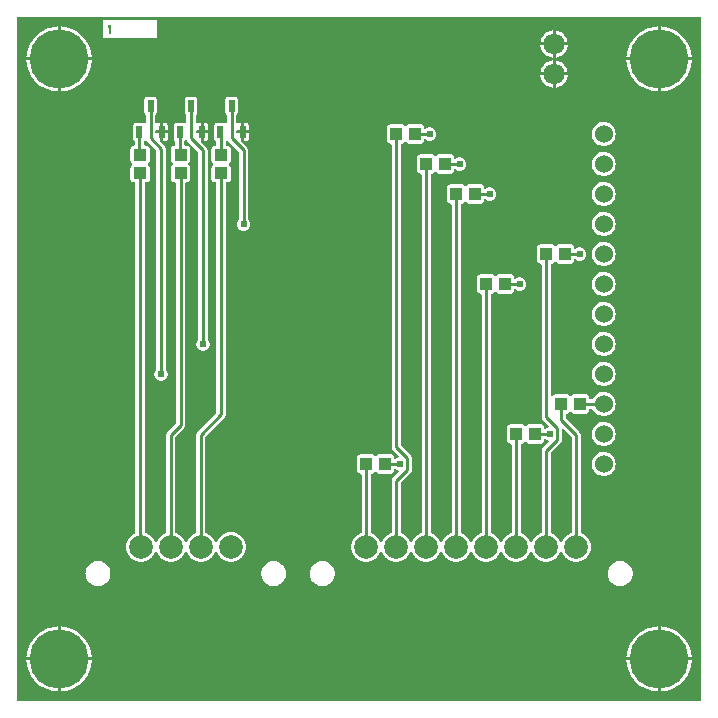
<source format=gtl>
G04 Layer: TopLayer*
G04 Panelize: , Column: 2, Row: 2, Board Size: 58.42mm x 58.42mm, Panelized Board Size: 118.84mm x 118.84mm*
G04 EasyEDA v6.5.34, 2023-08-21 18:11:39*
G04 65339524c9c04168860851439bfcdcf3,5a6b42c53f6a479593ecc07194224c93,10*
G04 Gerber Generator version 0.2*
G04 Scale: 100 percent, Rotated: No, Reflected: No *
G04 Dimensions in millimeters *
G04 leading zeros omitted , absolute positions ,4 integer and 5 decimal *
%FSLAX45Y45*%
%MOMM*%

%ADD10C,0.1524*%
%ADD11C,0.2540*%
%ADD12R,1.0000X1.1000*%
%ADD13R,0.5320X1.0375*%
%ADD14R,1.1000X1.0000*%
%ADD15C,5.0000*%
%ADD16C,2.0000*%
%ADD17C,1.8000*%
%ADD18C,1.5240*%
%ADD19C,0.6096*%
%ADD20C,0.0183*%

%LPD*%
G36*
X5805932Y25908D02*
G01*
X36068Y26416D01*
X32156Y27178D01*
X28905Y29413D01*
X26670Y32664D01*
X25908Y36576D01*
X25908Y5805932D01*
X26670Y5809843D01*
X28905Y5813094D01*
X32156Y5815330D01*
X36068Y5816092D01*
X739140Y5816092D01*
X743051Y5815330D01*
X746302Y5813094D01*
X748538Y5809843D01*
X749300Y5805932D01*
X750062Y5809843D01*
X752297Y5813094D01*
X755548Y5815330D01*
X759460Y5816092D01*
X5805932Y5816092D01*
X5809843Y5815330D01*
X5813094Y5813094D01*
X5815330Y5809843D01*
X5816092Y5805932D01*
X5816092Y36068D01*
X5815330Y32207D01*
X5813094Y28905D01*
X5809843Y26670D01*
G37*

%LPC*%
G36*
X750316Y5638800D02*
G01*
X1205484Y5638800D01*
X1206500Y5639816D01*
X1206500Y5790184D01*
X1205484Y5791200D01*
X759460Y5791200D01*
X755548Y5791962D01*
X752297Y5794197D01*
X750062Y5797448D01*
X749300Y5801360D01*
X749300Y5639816D01*
X749452Y5638952D01*
G37*
G36*
X5448300Y105613D02*
G01*
X5448300Y368300D01*
X5185410Y368300D01*
X5187289Y346405D01*
X5191150Y323646D01*
X5196890Y301244D01*
X5204460Y279450D01*
X5213858Y258317D01*
X5224983Y238099D01*
X5237784Y218846D01*
X5252161Y200710D01*
X5267960Y183896D01*
X5285130Y168402D01*
X5303520Y154432D01*
X5323027Y142087D01*
X5343499Y131368D01*
X5364835Y122428D01*
X5386781Y115265D01*
X5409285Y109982D01*
X5432145Y106629D01*
G37*
G36*
X368300Y105613D02*
G01*
X368300Y368300D01*
X105410Y368300D01*
X107289Y346405D01*
X111150Y323646D01*
X116890Y301244D01*
X124460Y279450D01*
X133858Y258317D01*
X144983Y238099D01*
X157784Y218846D01*
X172161Y200710D01*
X187960Y183896D01*
X205130Y168402D01*
X223520Y154432D01*
X243027Y142087D01*
X263499Y131368D01*
X284835Y122428D01*
X306781Y115265D01*
X329285Y109982D01*
X352145Y106629D01*
G37*
G36*
X393700Y393700D02*
G01*
X656336Y393700D01*
X655929Y404063D01*
X653034Y427024D01*
X648208Y449630D01*
X641553Y471728D01*
X633018Y493217D01*
X622757Y513892D01*
X610819Y533704D01*
X597204Y552348D01*
X582117Y569874D01*
X565607Y586028D01*
X547827Y600760D01*
X528828Y613968D01*
X508812Y625500D01*
X487934Y635355D01*
X466242Y643382D01*
X443992Y649630D01*
X421284Y653948D01*
X398322Y656336D01*
X393700Y656437D01*
G37*
G36*
X5473700Y393700D02*
G01*
X5736336Y393700D01*
X5735929Y404063D01*
X5733034Y427024D01*
X5728208Y449630D01*
X5721553Y471728D01*
X5713018Y493217D01*
X5702757Y513892D01*
X5690819Y533704D01*
X5677204Y552348D01*
X5662117Y569874D01*
X5645607Y586028D01*
X5627827Y600760D01*
X5608828Y613968D01*
X5588812Y625500D01*
X5567934Y635355D01*
X5546242Y643382D01*
X5523992Y649630D01*
X5501284Y653948D01*
X5478322Y656336D01*
X5473700Y656437D01*
G37*
G36*
X5185410Y393700D02*
G01*
X5448300Y393700D01*
X5448300Y656386D01*
X5432145Y655370D01*
X5409285Y652018D01*
X5386781Y646734D01*
X5364835Y639572D01*
X5343499Y630631D01*
X5323027Y619912D01*
X5303520Y607568D01*
X5285130Y593598D01*
X5267960Y578104D01*
X5252161Y561289D01*
X5237784Y543153D01*
X5224983Y523900D01*
X5213858Y503682D01*
X5204460Y482549D01*
X5196890Y460756D01*
X5191150Y438353D01*
X5187289Y415594D01*
G37*
G36*
X105410Y393700D02*
G01*
X368300Y393700D01*
X368300Y656386D01*
X352145Y655370D01*
X329285Y652018D01*
X306781Y646734D01*
X284835Y639572D01*
X263499Y630631D01*
X243027Y619912D01*
X223520Y607568D01*
X205130Y593598D01*
X187960Y578104D01*
X172161Y561289D01*
X157784Y543153D01*
X144983Y523900D01*
X133858Y503682D01*
X124460Y482549D01*
X116890Y460756D01*
X111150Y438353D01*
X107289Y415594D01*
G37*
G36*
X710488Y999032D02*
G01*
X724306Y999896D01*
X737870Y1002639D01*
X751027Y1007059D01*
X763422Y1013206D01*
X774954Y1020876D01*
X785368Y1030020D01*
X794512Y1040434D01*
X802182Y1051966D01*
X808329Y1064361D01*
X812749Y1077518D01*
X815492Y1091082D01*
X816356Y1104900D01*
X815492Y1118717D01*
X812749Y1132281D01*
X808329Y1145438D01*
X802182Y1157833D01*
X794512Y1169365D01*
X785368Y1179779D01*
X774954Y1188923D01*
X763422Y1196594D01*
X751027Y1202740D01*
X737870Y1207160D01*
X724306Y1209903D01*
X710488Y1210767D01*
X696671Y1209903D01*
X683107Y1207160D01*
X669950Y1202740D01*
X657555Y1196594D01*
X646023Y1188923D01*
X635609Y1179779D01*
X626465Y1169365D01*
X618794Y1157833D01*
X612648Y1145438D01*
X608228Y1132281D01*
X605485Y1118717D01*
X604621Y1104900D01*
X605485Y1091082D01*
X608228Y1077518D01*
X612648Y1064361D01*
X618794Y1051966D01*
X626465Y1040434D01*
X635609Y1030020D01*
X646023Y1020876D01*
X657555Y1013206D01*
X669950Y1007059D01*
X683107Y1002639D01*
X696671Y999896D01*
G37*
G36*
X2610104Y999032D02*
G01*
X2623921Y999896D01*
X2637485Y1002639D01*
X2650642Y1007059D01*
X2663037Y1013206D01*
X2674569Y1020876D01*
X2684983Y1030020D01*
X2694127Y1040434D01*
X2701798Y1051966D01*
X2707944Y1064361D01*
X2712364Y1077518D01*
X2715107Y1091082D01*
X2715971Y1104900D01*
X2715107Y1118717D01*
X2712364Y1132281D01*
X2707944Y1145438D01*
X2701798Y1157833D01*
X2694127Y1169365D01*
X2684983Y1179779D01*
X2674569Y1188923D01*
X2663037Y1196594D01*
X2650642Y1202740D01*
X2637485Y1207160D01*
X2623921Y1209903D01*
X2610104Y1210767D01*
X2596286Y1209903D01*
X2582722Y1207160D01*
X2569565Y1202740D01*
X2557170Y1196594D01*
X2545638Y1188923D01*
X2535224Y1179779D01*
X2526080Y1169365D01*
X2518410Y1157833D01*
X2512263Y1145438D01*
X2507843Y1132281D01*
X2505100Y1118717D01*
X2504236Y1104900D01*
X2505100Y1091082D01*
X2507843Y1077518D01*
X2512263Y1064361D01*
X2518410Y1051966D01*
X2526080Y1040434D01*
X2535224Y1030020D01*
X2545638Y1020876D01*
X2557170Y1013206D01*
X2569565Y1007059D01*
X2582722Y1002639D01*
X2596286Y999896D01*
G37*
G36*
X2197709Y999032D02*
G01*
X2211527Y999896D01*
X2225090Y1002639D01*
X2238197Y1007059D01*
X2250643Y1013206D01*
X2262124Y1020876D01*
X2272538Y1030020D01*
X2281682Y1040434D01*
X2289403Y1051966D01*
X2295499Y1064361D01*
X2299970Y1077518D01*
X2302662Y1091082D01*
X2303576Y1104900D01*
X2302662Y1118717D01*
X2299970Y1132281D01*
X2295499Y1145438D01*
X2289403Y1157833D01*
X2281682Y1169365D01*
X2272538Y1179779D01*
X2262124Y1188923D01*
X2250643Y1196594D01*
X2238197Y1202740D01*
X2225090Y1207160D01*
X2211527Y1209903D01*
X2197709Y1210767D01*
X2183841Y1209903D01*
X2170277Y1207160D01*
X2157171Y1202740D01*
X2144725Y1196594D01*
X2133244Y1188923D01*
X2122830Y1179779D01*
X2113686Y1169365D01*
X2105964Y1157833D01*
X2099868Y1145438D01*
X2095398Y1132281D01*
X2092706Y1118717D01*
X2091791Y1104900D01*
X2092706Y1091082D01*
X2095398Y1077518D01*
X2099868Y1064361D01*
X2105964Y1051966D01*
X2113686Y1040434D01*
X2122830Y1030020D01*
X2133244Y1020876D01*
X2144725Y1013206D01*
X2157171Y1007059D01*
X2170277Y1002639D01*
X2183841Y999896D01*
G37*
G36*
X5131308Y999032D02*
G01*
X5145125Y999896D01*
X5158689Y1002639D01*
X5171795Y1007059D01*
X5184241Y1013206D01*
X5195722Y1020876D01*
X5206136Y1030020D01*
X5215280Y1040434D01*
X5223002Y1051966D01*
X5229098Y1064361D01*
X5233568Y1077518D01*
X5236260Y1091082D01*
X5237175Y1104900D01*
X5236260Y1118717D01*
X5233568Y1132281D01*
X5229098Y1145438D01*
X5223002Y1157833D01*
X5215280Y1169365D01*
X5206136Y1179779D01*
X5195722Y1188923D01*
X5184241Y1196594D01*
X5171795Y1202740D01*
X5158689Y1207160D01*
X5145125Y1209903D01*
X5131308Y1210767D01*
X5117439Y1209903D01*
X5103876Y1207160D01*
X5090769Y1202740D01*
X5078323Y1196594D01*
X5066842Y1188923D01*
X5056428Y1179779D01*
X5047284Y1169365D01*
X5039563Y1157833D01*
X5033467Y1145438D01*
X5028996Y1132281D01*
X5026304Y1118717D01*
X5025390Y1104900D01*
X5026304Y1091082D01*
X5028996Y1077518D01*
X5033467Y1064361D01*
X5039563Y1051966D01*
X5047284Y1040434D01*
X5056428Y1030020D01*
X5066842Y1020876D01*
X5078323Y1013206D01*
X5090769Y1007059D01*
X5103876Y1002639D01*
X5117439Y999896D01*
G37*
G36*
X1073099Y1204010D02*
G01*
X1088237Y1204925D01*
X1103223Y1207668D01*
X1117701Y1212189D01*
X1131570Y1218438D01*
X1144574Y1226312D01*
X1156563Y1235659D01*
X1167333Y1246428D01*
X1176680Y1258417D01*
X1184554Y1271422D01*
X1190802Y1285341D01*
X1193038Y1288491D01*
X1196289Y1290574D01*
X1200099Y1291336D01*
X1203858Y1290574D01*
X1207109Y1288491D01*
X1209344Y1285341D01*
X1215593Y1271422D01*
X1223467Y1258417D01*
X1232865Y1246428D01*
X1243584Y1235659D01*
X1255572Y1226312D01*
X1268577Y1218438D01*
X1282446Y1212189D01*
X1296974Y1207668D01*
X1311910Y1204925D01*
X1327099Y1204010D01*
X1342237Y1204925D01*
X1357223Y1207668D01*
X1371701Y1212189D01*
X1385570Y1218438D01*
X1398574Y1226312D01*
X1410563Y1235659D01*
X1421333Y1246428D01*
X1430680Y1258417D01*
X1438554Y1271422D01*
X1444802Y1285341D01*
X1447038Y1288491D01*
X1450289Y1290574D01*
X1454099Y1291336D01*
X1457858Y1290574D01*
X1461109Y1288491D01*
X1463344Y1285341D01*
X1469593Y1271422D01*
X1477467Y1258417D01*
X1486865Y1246428D01*
X1497584Y1235659D01*
X1509572Y1226312D01*
X1522577Y1218438D01*
X1536446Y1212189D01*
X1550974Y1207668D01*
X1565910Y1204925D01*
X1581099Y1204010D01*
X1596237Y1204925D01*
X1611223Y1207668D01*
X1625701Y1212189D01*
X1639570Y1218438D01*
X1652574Y1226312D01*
X1664563Y1235659D01*
X1675333Y1246428D01*
X1684680Y1258417D01*
X1692554Y1271422D01*
X1698802Y1285341D01*
X1701038Y1288491D01*
X1704289Y1290574D01*
X1708099Y1291336D01*
X1711858Y1290574D01*
X1715109Y1288491D01*
X1717344Y1285341D01*
X1723593Y1271422D01*
X1731467Y1258417D01*
X1740865Y1246428D01*
X1751584Y1235659D01*
X1763572Y1226312D01*
X1776577Y1218438D01*
X1790446Y1212189D01*
X1804974Y1207668D01*
X1819910Y1204925D01*
X1835099Y1204010D01*
X1850237Y1204925D01*
X1865223Y1207668D01*
X1879701Y1212189D01*
X1893570Y1218438D01*
X1906574Y1226312D01*
X1918563Y1235659D01*
X1929333Y1246428D01*
X1938680Y1258417D01*
X1946554Y1271422D01*
X1952802Y1285290D01*
X1957324Y1299768D01*
X1960067Y1314754D01*
X1960981Y1329893D01*
X1960067Y1345082D01*
X1957324Y1360017D01*
X1952802Y1374546D01*
X1946554Y1388414D01*
X1938680Y1401419D01*
X1929333Y1413408D01*
X1918563Y1424127D01*
X1906574Y1433525D01*
X1893570Y1441399D01*
X1879701Y1447596D01*
X1865223Y1452118D01*
X1850237Y1454861D01*
X1835099Y1455775D01*
X1819910Y1454861D01*
X1804974Y1452118D01*
X1790446Y1447596D01*
X1776577Y1441399D01*
X1763572Y1433525D01*
X1751584Y1424127D01*
X1740865Y1413408D01*
X1731467Y1401419D01*
X1723593Y1388414D01*
X1717344Y1374495D01*
X1715109Y1371346D01*
X1711858Y1369212D01*
X1708099Y1368501D01*
X1704289Y1369212D01*
X1701038Y1371346D01*
X1698802Y1374495D01*
X1692554Y1388414D01*
X1684680Y1401419D01*
X1675333Y1413408D01*
X1664563Y1424127D01*
X1652574Y1433525D01*
X1639570Y1441399D01*
X1625752Y1447596D01*
X1622602Y1449832D01*
X1620469Y1453083D01*
X1619758Y1456893D01*
X1619758Y2259431D01*
X1620520Y2263343D01*
X1622755Y2266645D01*
X1779524Y2423464D01*
X1784654Y2429662D01*
X1788210Y2436368D01*
X1790395Y2443581D01*
X1791207Y2451608D01*
X1791207Y4405934D01*
X1791970Y4409846D01*
X1794205Y4413148D01*
X1797456Y4415332D01*
X1801368Y4416094D01*
X1807006Y4416094D01*
X1813356Y4416806D01*
X1818792Y4418736D01*
X1823720Y4421784D01*
X1827784Y4425899D01*
X1830882Y4430776D01*
X1832813Y4436262D01*
X1833524Y4442561D01*
X1833524Y4541418D01*
X1832813Y4547768D01*
X1830882Y4553204D01*
X1827784Y4558131D01*
X1823720Y4562195D01*
X1821840Y4563414D01*
X1818893Y4566208D01*
X1817268Y4569968D01*
X1817268Y4574032D01*
X1818893Y4577791D01*
X1821840Y4580585D01*
X1823720Y4581804D01*
X1827784Y4585868D01*
X1830882Y4590796D01*
X1832813Y4596231D01*
X1833524Y4602581D01*
X1833524Y4701438D01*
X1832813Y4707737D01*
X1830882Y4713224D01*
X1827784Y4718100D01*
X1823720Y4722215D01*
X1818792Y4725263D01*
X1813356Y4727194D01*
X1807006Y4727905D01*
X1801368Y4727905D01*
X1797456Y4728667D01*
X1794205Y4730902D01*
X1791970Y4734153D01*
X1791207Y4738065D01*
X1791207Y4760315D01*
X1792071Y4764328D01*
X1794408Y4767732D01*
X1797964Y4769866D01*
X1802028Y4770424D01*
X1805990Y4769358D01*
X1809242Y4766767D01*
X1814575Y4760264D01*
X1901494Y4673295D01*
X1903730Y4669993D01*
X1904492Y4666081D01*
X1904492Y4109008D01*
X1903730Y4105097D01*
X1901494Y4101795D01*
X1899920Y4100220D01*
X1894281Y4092194D01*
X1890166Y4083253D01*
X1887626Y4073804D01*
X1886762Y4064000D01*
X1887626Y4054195D01*
X1890166Y4044746D01*
X1894281Y4035806D01*
X1899920Y4027779D01*
X1906879Y4020820D01*
X1914906Y4015181D01*
X1923846Y4011066D01*
X1933295Y4008526D01*
X1943100Y4007662D01*
X1952904Y4008526D01*
X1962353Y4011066D01*
X1971293Y4015181D01*
X1979320Y4020820D01*
X1986280Y4027779D01*
X1991918Y4035806D01*
X1996033Y4044746D01*
X1998573Y4054195D01*
X1999437Y4064000D01*
X1998573Y4073804D01*
X1996033Y4083253D01*
X1991918Y4092194D01*
X1986280Y4100220D01*
X1984705Y4101795D01*
X1982470Y4105097D01*
X1981707Y4109008D01*
X1981707Y4685792D01*
X1980895Y4693818D01*
X1978710Y4701032D01*
X1975154Y4707737D01*
X1970024Y4713935D01*
X1936242Y4747768D01*
X1934514Y4750358D01*
X1931873Y4752136D01*
X1926793Y4757216D01*
X1924557Y4760518D01*
X1923796Y4764430D01*
X1923796Y4830165D01*
X1890268Y4830165D01*
X1886356Y4830927D01*
X1883105Y4833162D01*
X1880870Y4836464D01*
X1880107Y4840325D01*
X1880107Y4845405D01*
X1880870Y4849317D01*
X1883105Y4852619D01*
X1886356Y4854803D01*
X1890268Y4855565D01*
X1923796Y4855565D01*
X1923796Y4920640D01*
X1910486Y4920640D01*
X1904136Y4919929D01*
X1898700Y4918049D01*
X1895652Y4916119D01*
X1891639Y4914696D01*
X1887321Y4915001D01*
X1883562Y4917084D01*
X1881022Y4920538D01*
X1880107Y4924755D01*
X1880107Y4982870D01*
X1880920Y4986782D01*
X1883156Y4990084D01*
X1888337Y4995164D01*
X1891385Y5000040D01*
X1893316Y5005476D01*
X1894027Y5011826D01*
X1894027Y5114442D01*
X1893316Y5120741D01*
X1891385Y5126228D01*
X1888286Y5131104D01*
X1884222Y5135219D01*
X1879295Y5138267D01*
X1873859Y5140198D01*
X1867509Y5140909D01*
X1815490Y5140909D01*
X1809140Y5140198D01*
X1803704Y5138267D01*
X1798777Y5135219D01*
X1794713Y5131104D01*
X1791614Y5126228D01*
X1789684Y5120741D01*
X1788972Y5114442D01*
X1788972Y5011826D01*
X1789684Y5005476D01*
X1791614Y5000040D01*
X1794662Y4995164D01*
X1799843Y4990084D01*
X1802079Y4986782D01*
X1802892Y4982870D01*
X1802892Y4924755D01*
X1801977Y4920538D01*
X1799437Y4917084D01*
X1795678Y4915001D01*
X1791360Y4914696D01*
X1787347Y4916119D01*
X1784299Y4918049D01*
X1778863Y4919929D01*
X1772513Y4920640D01*
X1720494Y4920640D01*
X1714144Y4919929D01*
X1708708Y4918049D01*
X1703781Y4914950D01*
X1699717Y4910886D01*
X1696618Y4905959D01*
X1694688Y4900523D01*
X1693976Y4894173D01*
X1693976Y4791557D01*
X1694688Y4785258D01*
X1696618Y4779772D01*
X1699717Y4774895D01*
X1703781Y4770780D01*
X1709216Y4767376D01*
X1711756Y4765090D01*
X1713433Y4762144D01*
X1713992Y4758791D01*
X1713992Y4738065D01*
X1713230Y4734153D01*
X1710994Y4730902D01*
X1707743Y4728667D01*
X1703832Y4727905D01*
X1698193Y4727905D01*
X1691843Y4727194D01*
X1686407Y4725263D01*
X1681480Y4722215D01*
X1677416Y4718100D01*
X1674317Y4713224D01*
X1672386Y4707737D01*
X1671675Y4701438D01*
X1671675Y4602581D01*
X1672386Y4596231D01*
X1674317Y4590796D01*
X1677416Y4585868D01*
X1681480Y4581804D01*
X1683359Y4580585D01*
X1686306Y4577791D01*
X1687931Y4574032D01*
X1687931Y4569968D01*
X1686306Y4566208D01*
X1683359Y4563414D01*
X1681480Y4562195D01*
X1677416Y4558131D01*
X1674317Y4553204D01*
X1672386Y4547768D01*
X1671675Y4541418D01*
X1671675Y4442561D01*
X1672386Y4436262D01*
X1674317Y4430776D01*
X1677416Y4425899D01*
X1681480Y4421784D01*
X1686407Y4418736D01*
X1691843Y4416806D01*
X1698193Y4416094D01*
X1703832Y4416094D01*
X1707743Y4415332D01*
X1710994Y4413148D01*
X1713230Y4409846D01*
X1713992Y4405934D01*
X1713992Y2471318D01*
X1713230Y2467406D01*
X1710994Y2464104D01*
X1554226Y2307285D01*
X1549095Y2301087D01*
X1545539Y2294382D01*
X1543354Y2287168D01*
X1542542Y2279142D01*
X1542542Y1456944D01*
X1541830Y1453134D01*
X1539697Y1449882D01*
X1536547Y1447647D01*
X1522577Y1441399D01*
X1509572Y1433525D01*
X1497584Y1424127D01*
X1486865Y1413408D01*
X1477467Y1401419D01*
X1469593Y1388414D01*
X1463344Y1374495D01*
X1461109Y1371346D01*
X1457858Y1369212D01*
X1454099Y1368501D01*
X1450289Y1369212D01*
X1447038Y1371346D01*
X1444802Y1374495D01*
X1438554Y1388414D01*
X1430680Y1401419D01*
X1421333Y1413408D01*
X1410563Y1424127D01*
X1398574Y1433525D01*
X1385570Y1441399D01*
X1371752Y1447596D01*
X1368602Y1449832D01*
X1366469Y1453083D01*
X1365758Y1456893D01*
X1365758Y2259431D01*
X1366520Y2263343D01*
X1368755Y2266645D01*
X1436624Y2334564D01*
X1441754Y2340762D01*
X1445310Y2347468D01*
X1447495Y2354681D01*
X1448308Y2362708D01*
X1448308Y4405934D01*
X1449070Y4409846D01*
X1451305Y4413148D01*
X1454556Y4415332D01*
X1458468Y4416094D01*
X1464106Y4416094D01*
X1470456Y4416806D01*
X1475892Y4418736D01*
X1480820Y4421784D01*
X1484884Y4425899D01*
X1487982Y4430776D01*
X1489913Y4436262D01*
X1490624Y4442561D01*
X1490624Y4541418D01*
X1489913Y4547768D01*
X1487982Y4553204D01*
X1484884Y4558131D01*
X1480820Y4562195D01*
X1478940Y4563414D01*
X1475994Y4566208D01*
X1474368Y4569968D01*
X1474368Y4574032D01*
X1475994Y4577791D01*
X1478940Y4580585D01*
X1480820Y4581804D01*
X1484884Y4585868D01*
X1487982Y4590796D01*
X1489913Y4596231D01*
X1490624Y4602581D01*
X1490624Y4701438D01*
X1489913Y4707737D01*
X1487982Y4713224D01*
X1484884Y4718100D01*
X1480820Y4722215D01*
X1475892Y4725263D01*
X1470456Y4727194D01*
X1464106Y4727905D01*
X1452372Y4727905D01*
X1448460Y4728667D01*
X1445209Y4730902D01*
X1442974Y4734153D01*
X1442212Y4738065D01*
X1442212Y4762601D01*
X1443024Y4766513D01*
X1445260Y4769866D01*
X1448358Y4772914D01*
X1451457Y4774996D01*
X1455115Y4775809D01*
X1458823Y4775250D01*
X1462074Y4773371D01*
X1464411Y4770424D01*
X1466545Y4766462D01*
X1471676Y4760264D01*
X1558594Y4673295D01*
X1560830Y4669993D01*
X1561592Y4666081D01*
X1561592Y3093008D01*
X1560830Y3089097D01*
X1558594Y3085795D01*
X1557020Y3084220D01*
X1551381Y3076194D01*
X1547266Y3067253D01*
X1544726Y3057804D01*
X1543862Y3048000D01*
X1544726Y3038195D01*
X1547266Y3028746D01*
X1551381Y3019806D01*
X1557020Y3011779D01*
X1563979Y3004820D01*
X1572006Y2999181D01*
X1580946Y2995066D01*
X1590395Y2992526D01*
X1600200Y2991662D01*
X1610004Y2992526D01*
X1619453Y2995066D01*
X1628394Y2999181D01*
X1636420Y3004820D01*
X1643380Y3011779D01*
X1649018Y3019806D01*
X1653133Y3028746D01*
X1655673Y3038195D01*
X1656537Y3048000D01*
X1655673Y3057804D01*
X1653133Y3067253D01*
X1649018Y3076194D01*
X1643380Y3084220D01*
X1641805Y3085795D01*
X1639570Y3089097D01*
X1638807Y3093008D01*
X1638807Y4685792D01*
X1637995Y4693818D01*
X1635810Y4701032D01*
X1632254Y4707737D01*
X1627124Y4713935D01*
X1593342Y4747768D01*
X1591614Y4750358D01*
X1588973Y4752136D01*
X1583893Y4757216D01*
X1581658Y4760518D01*
X1580896Y4764430D01*
X1580896Y4830165D01*
X1547368Y4830165D01*
X1543456Y4830927D01*
X1540205Y4833162D01*
X1537970Y4836464D01*
X1537208Y4840325D01*
X1537208Y4845405D01*
X1537970Y4849317D01*
X1540205Y4852619D01*
X1543456Y4854803D01*
X1547368Y4855565D01*
X1580896Y4855565D01*
X1580896Y4920640D01*
X1567586Y4920640D01*
X1561236Y4919929D01*
X1555800Y4918049D01*
X1552752Y4916119D01*
X1548739Y4914696D01*
X1544421Y4915001D01*
X1540662Y4917084D01*
X1538122Y4920538D01*
X1537208Y4924755D01*
X1537208Y4982870D01*
X1538020Y4986782D01*
X1540256Y4990084D01*
X1545437Y4995164D01*
X1548485Y5000040D01*
X1550416Y5005476D01*
X1551127Y5011826D01*
X1551127Y5114442D01*
X1550416Y5120741D01*
X1548485Y5126228D01*
X1545386Y5131104D01*
X1541322Y5135219D01*
X1536395Y5138267D01*
X1530959Y5140198D01*
X1524609Y5140909D01*
X1472590Y5140909D01*
X1466240Y5140198D01*
X1460804Y5138267D01*
X1455877Y5135219D01*
X1451813Y5131104D01*
X1448714Y5126228D01*
X1446784Y5120741D01*
X1446072Y5114442D01*
X1446072Y5011826D01*
X1446784Y5005476D01*
X1448714Y5000040D01*
X1451762Y4995164D01*
X1456944Y4990084D01*
X1459179Y4986782D01*
X1459992Y4982870D01*
X1459992Y4924755D01*
X1459077Y4920538D01*
X1456537Y4917084D01*
X1452778Y4915001D01*
X1448460Y4914696D01*
X1444447Y4916119D01*
X1441399Y4918049D01*
X1435963Y4919929D01*
X1429613Y4920640D01*
X1377594Y4920640D01*
X1371244Y4919929D01*
X1365808Y4918049D01*
X1360881Y4914950D01*
X1356817Y4910886D01*
X1353718Y4905959D01*
X1351788Y4900523D01*
X1351076Y4894173D01*
X1351076Y4791557D01*
X1351788Y4785258D01*
X1353718Y4779772D01*
X1356766Y4774946D01*
X1361948Y4769866D01*
X1364183Y4766513D01*
X1364996Y4762601D01*
X1364996Y4738065D01*
X1364335Y4734458D01*
X1362405Y4731308D01*
X1359509Y4729022D01*
X1355953Y4727956D01*
X1348943Y4727194D01*
X1343507Y4725263D01*
X1338580Y4722215D01*
X1334516Y4718100D01*
X1331417Y4713224D01*
X1329486Y4707737D01*
X1328775Y4701438D01*
X1328775Y4602581D01*
X1329486Y4596231D01*
X1331417Y4590796D01*
X1334516Y4585868D01*
X1338580Y4581804D01*
X1340459Y4580585D01*
X1343406Y4577791D01*
X1345031Y4574032D01*
X1345031Y4569968D01*
X1343406Y4566208D01*
X1340459Y4563414D01*
X1338580Y4562195D01*
X1334516Y4558131D01*
X1331417Y4553204D01*
X1329486Y4547768D01*
X1328775Y4541418D01*
X1328775Y4442561D01*
X1329486Y4436262D01*
X1331417Y4430776D01*
X1334516Y4425899D01*
X1338580Y4421784D01*
X1343507Y4418736D01*
X1348943Y4416806D01*
X1355293Y4416094D01*
X1360932Y4416094D01*
X1364843Y4415332D01*
X1368094Y4413148D01*
X1370330Y4409846D01*
X1371092Y4405934D01*
X1371092Y2382418D01*
X1370330Y2378506D01*
X1368094Y2375204D01*
X1300226Y2307285D01*
X1295095Y2301087D01*
X1291539Y2294382D01*
X1289354Y2287168D01*
X1288542Y2279142D01*
X1288542Y1456944D01*
X1287830Y1453134D01*
X1285697Y1449882D01*
X1282547Y1447647D01*
X1268577Y1441399D01*
X1255572Y1433525D01*
X1243584Y1424127D01*
X1232865Y1413408D01*
X1223467Y1401419D01*
X1215593Y1388414D01*
X1209344Y1374495D01*
X1207109Y1371346D01*
X1203858Y1369212D01*
X1200099Y1368501D01*
X1196289Y1369212D01*
X1193038Y1371346D01*
X1190802Y1374495D01*
X1184554Y1388414D01*
X1176680Y1401419D01*
X1167333Y1413408D01*
X1156563Y1424127D01*
X1144574Y1433525D01*
X1131570Y1441399D01*
X1117701Y1447596D01*
X1112570Y1449222D01*
X1108811Y1451305D01*
X1106322Y1454759D01*
X1105408Y1458925D01*
X1105408Y4405934D01*
X1106170Y4409846D01*
X1108405Y4413148D01*
X1111656Y4415332D01*
X1115568Y4416094D01*
X1121206Y4416094D01*
X1127556Y4416806D01*
X1132992Y4418736D01*
X1137920Y4421784D01*
X1141984Y4425899D01*
X1145082Y4430776D01*
X1147013Y4436262D01*
X1147724Y4442561D01*
X1147724Y4541418D01*
X1147013Y4547768D01*
X1145082Y4553204D01*
X1141984Y4558131D01*
X1137920Y4562195D01*
X1136040Y4563414D01*
X1133094Y4566208D01*
X1131468Y4569968D01*
X1131468Y4574032D01*
X1133094Y4577791D01*
X1136040Y4580585D01*
X1137920Y4581804D01*
X1141984Y4585868D01*
X1145082Y4590796D01*
X1147013Y4596231D01*
X1147724Y4602581D01*
X1147724Y4701438D01*
X1147013Y4707737D01*
X1145082Y4713224D01*
X1141984Y4718100D01*
X1137920Y4722215D01*
X1132992Y4725263D01*
X1127556Y4727194D01*
X1121206Y4727905D01*
X1109472Y4727905D01*
X1105560Y4728667D01*
X1102309Y4730902D01*
X1100074Y4734153D01*
X1099312Y4738065D01*
X1099312Y4762601D01*
X1100124Y4766513D01*
X1102360Y4769866D01*
X1105458Y4772914D01*
X1108557Y4774996D01*
X1112215Y4775809D01*
X1115923Y4775250D01*
X1119174Y4773371D01*
X1121511Y4770424D01*
X1123645Y4766462D01*
X1128776Y4760264D01*
X1202994Y4685995D01*
X1205230Y4682693D01*
X1205992Y4678781D01*
X1205992Y2839008D01*
X1205230Y2835097D01*
X1202994Y2831795D01*
X1201420Y2830220D01*
X1195781Y2822194D01*
X1191666Y2813253D01*
X1189126Y2803804D01*
X1188262Y2794000D01*
X1189126Y2784195D01*
X1191666Y2774746D01*
X1195781Y2765806D01*
X1201420Y2757779D01*
X1208379Y2750820D01*
X1216406Y2745181D01*
X1225346Y2741066D01*
X1234795Y2738526D01*
X1244600Y2737662D01*
X1254404Y2738526D01*
X1263853Y2741066D01*
X1272794Y2745181D01*
X1280820Y2750820D01*
X1287780Y2757779D01*
X1293418Y2765806D01*
X1297533Y2774746D01*
X1300073Y2784195D01*
X1300937Y2794000D01*
X1300073Y2803804D01*
X1297533Y2813253D01*
X1293418Y2822194D01*
X1287780Y2830220D01*
X1286205Y2831795D01*
X1283970Y2835097D01*
X1283208Y2839008D01*
X1283208Y4698492D01*
X1282395Y4706518D01*
X1280210Y4713732D01*
X1276654Y4720437D01*
X1271524Y4726635D01*
X1250442Y4747768D01*
X1248714Y4750358D01*
X1246073Y4752136D01*
X1240993Y4757216D01*
X1238758Y4760518D01*
X1237996Y4764430D01*
X1237996Y4830165D01*
X1204468Y4830165D01*
X1200556Y4830927D01*
X1197305Y4833162D01*
X1195070Y4836464D01*
X1194308Y4840325D01*
X1194308Y4845405D01*
X1195070Y4849317D01*
X1197305Y4852619D01*
X1200556Y4854803D01*
X1204468Y4855565D01*
X1237996Y4855565D01*
X1237996Y4920640D01*
X1224686Y4920640D01*
X1218336Y4919929D01*
X1212900Y4918049D01*
X1209852Y4916119D01*
X1205839Y4914696D01*
X1201521Y4915001D01*
X1197762Y4917084D01*
X1195222Y4920538D01*
X1194308Y4924755D01*
X1194308Y4982870D01*
X1195120Y4986782D01*
X1197356Y4990084D01*
X1202537Y4995164D01*
X1205585Y5000040D01*
X1207516Y5005476D01*
X1208227Y5011826D01*
X1208227Y5114442D01*
X1207516Y5120741D01*
X1205585Y5126228D01*
X1202486Y5131104D01*
X1198422Y5135219D01*
X1193495Y5138267D01*
X1188059Y5140198D01*
X1181709Y5140909D01*
X1129690Y5140909D01*
X1123340Y5140198D01*
X1117904Y5138267D01*
X1112977Y5135219D01*
X1108913Y5131104D01*
X1105814Y5126228D01*
X1103884Y5120741D01*
X1103172Y5114442D01*
X1103172Y5011826D01*
X1103884Y5005476D01*
X1105814Y5000040D01*
X1108862Y4995164D01*
X1114044Y4990084D01*
X1116279Y4986782D01*
X1117092Y4982870D01*
X1117092Y4924755D01*
X1116177Y4920538D01*
X1113637Y4917084D01*
X1109878Y4915001D01*
X1105560Y4914696D01*
X1101547Y4916119D01*
X1098499Y4918049D01*
X1093063Y4919929D01*
X1086713Y4920640D01*
X1034694Y4920640D01*
X1028344Y4919929D01*
X1022908Y4918049D01*
X1017981Y4914950D01*
X1013917Y4910886D01*
X1010818Y4905959D01*
X1008887Y4900523D01*
X1008176Y4894173D01*
X1008176Y4791557D01*
X1008887Y4785258D01*
X1010818Y4779772D01*
X1013866Y4774946D01*
X1019048Y4769866D01*
X1021283Y4766513D01*
X1022096Y4762601D01*
X1022096Y4738065D01*
X1021435Y4734458D01*
X1019505Y4731308D01*
X1016609Y4729022D01*
X1013053Y4727956D01*
X1006043Y4727194D01*
X1000607Y4725263D01*
X995680Y4722215D01*
X991616Y4718100D01*
X988517Y4713224D01*
X986586Y4707737D01*
X985875Y4701438D01*
X985875Y4602581D01*
X986586Y4596231D01*
X988517Y4590796D01*
X991616Y4585868D01*
X995680Y4581804D01*
X997559Y4580585D01*
X1000506Y4577791D01*
X1002131Y4574032D01*
X1002131Y4569968D01*
X1000506Y4566208D01*
X997559Y4563414D01*
X995680Y4562195D01*
X991616Y4558131D01*
X988517Y4553204D01*
X986586Y4547768D01*
X985875Y4541418D01*
X985875Y4442561D01*
X986586Y4436262D01*
X988517Y4430776D01*
X991616Y4425899D01*
X995680Y4421784D01*
X1000607Y4418736D01*
X1006043Y4416806D01*
X1012393Y4416094D01*
X1018032Y4416094D01*
X1021943Y4415332D01*
X1025194Y4413148D01*
X1027430Y4409846D01*
X1028192Y4405934D01*
X1028192Y1454099D01*
X1027480Y1450289D01*
X1025347Y1447038D01*
X1022197Y1444802D01*
X1014577Y1441399D01*
X1001572Y1433525D01*
X989584Y1424127D01*
X978865Y1413408D01*
X969467Y1401419D01*
X961593Y1388414D01*
X955395Y1374546D01*
X950874Y1360017D01*
X948131Y1345082D01*
X947216Y1329893D01*
X948131Y1314754D01*
X950874Y1299768D01*
X955395Y1285290D01*
X961593Y1271422D01*
X969467Y1258417D01*
X978865Y1246428D01*
X989584Y1235659D01*
X1001572Y1226312D01*
X1014577Y1218438D01*
X1028446Y1212189D01*
X1042974Y1207668D01*
X1057910Y1204925D01*
G37*
G36*
X2981706Y1204010D02*
G01*
X2996895Y1204925D01*
X3011830Y1207668D01*
X3026359Y1212189D01*
X3040227Y1218438D01*
X3053232Y1226312D01*
X3065170Y1235659D01*
X3075940Y1246428D01*
X3085287Y1258366D01*
X3093161Y1271371D01*
X3099460Y1285290D01*
X3101644Y1288491D01*
X3104896Y1290574D01*
X3108706Y1291285D01*
X3112516Y1290574D01*
X3115767Y1288491D01*
X3117951Y1285290D01*
X3124250Y1271371D01*
X3132124Y1258366D01*
X3141472Y1246428D01*
X3152241Y1235659D01*
X3164179Y1226312D01*
X3177184Y1218438D01*
X3191052Y1212189D01*
X3205581Y1207668D01*
X3220516Y1204925D01*
X3235706Y1204010D01*
X3250895Y1204925D01*
X3265830Y1207668D01*
X3280359Y1212189D01*
X3294227Y1218438D01*
X3307232Y1226312D01*
X3319170Y1235659D01*
X3329940Y1246428D01*
X3339287Y1258366D01*
X3347161Y1271371D01*
X3353460Y1285290D01*
X3355644Y1288491D01*
X3358896Y1290574D01*
X3362706Y1291285D01*
X3366515Y1290574D01*
X3369767Y1288491D01*
X3371951Y1285290D01*
X3378250Y1271371D01*
X3386124Y1258366D01*
X3395472Y1246428D01*
X3406241Y1235659D01*
X3418179Y1226312D01*
X3431184Y1218438D01*
X3445052Y1212189D01*
X3459581Y1207668D01*
X3474516Y1204925D01*
X3489706Y1204010D01*
X3504895Y1204925D01*
X3519830Y1207668D01*
X3534359Y1212189D01*
X3548227Y1218438D01*
X3561232Y1226312D01*
X3573170Y1235659D01*
X3583940Y1246428D01*
X3593287Y1258366D01*
X3601161Y1271371D01*
X3607460Y1285290D01*
X3609644Y1288491D01*
X3612896Y1290574D01*
X3616706Y1291285D01*
X3620515Y1290574D01*
X3623767Y1288491D01*
X3625951Y1285290D01*
X3632250Y1271371D01*
X3640124Y1258366D01*
X3649472Y1246428D01*
X3660241Y1235659D01*
X3672179Y1226312D01*
X3685184Y1218438D01*
X3699052Y1212189D01*
X3713581Y1207668D01*
X3728516Y1204925D01*
X3743706Y1204010D01*
X3758895Y1204925D01*
X3773830Y1207668D01*
X3788359Y1212189D01*
X3802227Y1218438D01*
X3815232Y1226312D01*
X3827170Y1235659D01*
X3837940Y1246428D01*
X3847287Y1258366D01*
X3855161Y1271371D01*
X3861460Y1285290D01*
X3863644Y1288491D01*
X3866896Y1290574D01*
X3870706Y1291285D01*
X3874515Y1290574D01*
X3877767Y1288491D01*
X3879951Y1285290D01*
X3886250Y1271371D01*
X3894124Y1258366D01*
X3903472Y1246428D01*
X3914241Y1235659D01*
X3926179Y1226312D01*
X3939184Y1218438D01*
X3953052Y1212189D01*
X3967581Y1207668D01*
X3982516Y1204925D01*
X3997706Y1204010D01*
X4012895Y1204925D01*
X4027830Y1207668D01*
X4042359Y1212189D01*
X4056227Y1218438D01*
X4069232Y1226312D01*
X4081170Y1235659D01*
X4091940Y1246428D01*
X4101287Y1258366D01*
X4109161Y1271371D01*
X4115460Y1285290D01*
X4117644Y1288491D01*
X4120896Y1290574D01*
X4124706Y1291285D01*
X4128515Y1290574D01*
X4131767Y1288491D01*
X4133951Y1285290D01*
X4140250Y1271371D01*
X4148124Y1258366D01*
X4157472Y1246428D01*
X4168241Y1235659D01*
X4180179Y1226312D01*
X4193184Y1218438D01*
X4207052Y1212189D01*
X4221581Y1207668D01*
X4236516Y1204925D01*
X4251706Y1204010D01*
X4266895Y1204925D01*
X4281830Y1207668D01*
X4296359Y1212189D01*
X4310227Y1218438D01*
X4323232Y1226312D01*
X4335170Y1235659D01*
X4345940Y1246428D01*
X4355287Y1258366D01*
X4363161Y1271371D01*
X4369460Y1285290D01*
X4371644Y1288491D01*
X4374896Y1290574D01*
X4378706Y1291285D01*
X4382516Y1290574D01*
X4385767Y1288491D01*
X4387951Y1285290D01*
X4394250Y1271371D01*
X4402124Y1258366D01*
X4411472Y1246428D01*
X4422241Y1235659D01*
X4434179Y1226312D01*
X4447184Y1218438D01*
X4461052Y1212189D01*
X4475581Y1207668D01*
X4490516Y1204925D01*
X4505706Y1204010D01*
X4520895Y1204925D01*
X4535830Y1207668D01*
X4550359Y1212189D01*
X4564227Y1218438D01*
X4577232Y1226312D01*
X4589170Y1235659D01*
X4599940Y1246428D01*
X4609287Y1258366D01*
X4617161Y1271371D01*
X4623460Y1285290D01*
X4625644Y1288491D01*
X4628896Y1290574D01*
X4632706Y1291285D01*
X4636516Y1290574D01*
X4639767Y1288491D01*
X4641951Y1285290D01*
X4648250Y1271371D01*
X4656124Y1258366D01*
X4665472Y1246428D01*
X4676241Y1235659D01*
X4688179Y1226312D01*
X4701184Y1218438D01*
X4715052Y1212189D01*
X4729581Y1207668D01*
X4744516Y1204925D01*
X4759706Y1204010D01*
X4774895Y1204925D01*
X4789830Y1207668D01*
X4804359Y1212189D01*
X4818227Y1218438D01*
X4831232Y1226312D01*
X4843170Y1235659D01*
X4853940Y1246428D01*
X4863287Y1258366D01*
X4871161Y1271371D01*
X4877409Y1285240D01*
X4881930Y1299768D01*
X4884674Y1314704D01*
X4885588Y1329893D01*
X4884674Y1345082D01*
X4881930Y1360017D01*
X4877409Y1374546D01*
X4871161Y1388414D01*
X4863287Y1401419D01*
X4853940Y1413357D01*
X4843170Y1424127D01*
X4831232Y1433474D01*
X4818227Y1441348D01*
X4804308Y1447596D01*
X4801158Y1449832D01*
X4799025Y1453083D01*
X4798314Y1456893D01*
X4798314Y2275586D01*
X4797501Y2283612D01*
X4795316Y2290826D01*
X4791760Y2297531D01*
X4786630Y2303729D01*
X4673295Y2417114D01*
X4671060Y2420416D01*
X4670298Y2424328D01*
X4670298Y2448915D01*
X4670958Y2452573D01*
X4672939Y2455773D01*
X4675886Y2458008D01*
X4679492Y2459024D01*
X4687519Y2459837D01*
X4692904Y2461717D01*
X4697831Y2464816D01*
X4701895Y2468880D01*
X4703114Y2470759D01*
X4705908Y2473706D01*
X4709668Y2475331D01*
X4713732Y2475331D01*
X4717491Y2473706D01*
X4720285Y2470759D01*
X4721504Y2468880D01*
X4725568Y2464816D01*
X4730496Y2461717D01*
X4735931Y2459786D01*
X4742281Y2459075D01*
X4841138Y2459075D01*
X4847437Y2459786D01*
X4852924Y2461717D01*
X4857800Y2464816D01*
X4861915Y2468880D01*
X4864963Y2473807D01*
X4866894Y2479243D01*
X4867605Y2485593D01*
X4867605Y2491232D01*
X4868367Y2495143D01*
X4870551Y2498394D01*
X4873853Y2500630D01*
X4877765Y2501392D01*
X4890109Y2501392D01*
X4893970Y2500630D01*
X4897272Y2498445D01*
X4906924Y2482240D01*
X4915408Y2471521D01*
X4925212Y2462072D01*
X4936185Y2453944D01*
X4948123Y2447391D01*
X4960874Y2442514D01*
X4974132Y2439365D01*
X4987696Y2437993D01*
X5001310Y2438450D01*
X5014772Y2440686D01*
X5027777Y2444750D01*
X5040172Y2450490D01*
X5051653Y2457805D01*
X5062067Y2466644D01*
X5071211Y2476754D01*
X5078933Y2487980D01*
X5085080Y2500172D01*
X5089550Y2513025D01*
X5092293Y2526385D01*
X5093208Y2540000D01*
X5092293Y2553614D01*
X5089550Y2566974D01*
X5085080Y2579878D01*
X5078933Y2592019D01*
X5071211Y2603296D01*
X5062067Y2613406D01*
X5051653Y2622194D01*
X5040172Y2629509D01*
X5027777Y2635250D01*
X5014772Y2639314D01*
X5001310Y2641600D01*
X4987696Y2642057D01*
X4974132Y2640685D01*
X4960874Y2637485D01*
X4948123Y2632608D01*
X4936185Y2626055D01*
X4925212Y2617978D01*
X4915408Y2608478D01*
X4906924Y2597759D01*
X4897221Y2581554D01*
X4893970Y2579370D01*
X4890109Y2578608D01*
X4877765Y2578608D01*
X4873853Y2579370D01*
X4870551Y2581605D01*
X4868367Y2584856D01*
X4867605Y2588768D01*
X4867605Y2594406D01*
X4866894Y2600756D01*
X4864963Y2606192D01*
X4861915Y2611120D01*
X4857800Y2615184D01*
X4852924Y2618282D01*
X4847437Y2620213D01*
X4841138Y2620924D01*
X4742281Y2620924D01*
X4735931Y2620213D01*
X4730496Y2618282D01*
X4725568Y2615184D01*
X4721504Y2611120D01*
X4720285Y2609240D01*
X4717491Y2606294D01*
X4713732Y2604668D01*
X4709668Y2604668D01*
X4705908Y2606294D01*
X4703114Y2609240D01*
X4701895Y2611120D01*
X4697831Y2615184D01*
X4692904Y2618282D01*
X4687468Y2620213D01*
X4681118Y2620924D01*
X4582261Y2620924D01*
X4575962Y2620213D01*
X4570476Y2618282D01*
X4565599Y2615234D01*
X4560671Y2610256D01*
X4557369Y2608021D01*
X4553458Y2607259D01*
X4549597Y2608021D01*
X4546295Y2610205D01*
X4544060Y2613507D01*
X4543298Y2617419D01*
X4543298Y3718915D01*
X4543958Y3722573D01*
X4545939Y3725773D01*
X4548886Y3728008D01*
X4552492Y3729024D01*
X4560519Y3729837D01*
X4565904Y3731717D01*
X4570831Y3734815D01*
X4574895Y3738879D01*
X4576114Y3740759D01*
X4578908Y3743706D01*
X4582668Y3745331D01*
X4586732Y3745331D01*
X4590491Y3743706D01*
X4593285Y3740759D01*
X4594504Y3738879D01*
X4598568Y3734815D01*
X4603496Y3731717D01*
X4608931Y3729786D01*
X4615281Y3729075D01*
X4714138Y3729075D01*
X4720437Y3729786D01*
X4725924Y3731717D01*
X4730800Y3734815D01*
X4734915Y3738879D01*
X4737963Y3743807D01*
X4739894Y3749243D01*
X4740656Y3756151D01*
X4741976Y3760063D01*
X4744720Y3763162D01*
X4748479Y3764889D01*
X4752644Y3764991D01*
X4756454Y3763416D01*
X4759655Y3761232D01*
X4768646Y3757066D01*
X4778095Y3754526D01*
X4787900Y3753662D01*
X4797704Y3754526D01*
X4807153Y3757066D01*
X4816094Y3761181D01*
X4824120Y3766820D01*
X4831080Y3773779D01*
X4836718Y3781806D01*
X4840833Y3790746D01*
X4843373Y3800195D01*
X4844237Y3810000D01*
X4843373Y3819804D01*
X4840833Y3829253D01*
X4836718Y3838194D01*
X4831080Y3846220D01*
X4824120Y3853179D01*
X4816094Y3858818D01*
X4807153Y3862933D01*
X4797704Y3865473D01*
X4787900Y3866337D01*
X4778095Y3865473D01*
X4768646Y3862933D01*
X4759706Y3858818D01*
X4756607Y3856583D01*
X4752746Y3854958D01*
X4748580Y3855008D01*
X4744770Y3856736D01*
X4741976Y3859834D01*
X4740656Y3863797D01*
X4739894Y3870756D01*
X4737963Y3876192D01*
X4734915Y3881120D01*
X4730800Y3885184D01*
X4725924Y3888282D01*
X4720437Y3890213D01*
X4714138Y3890924D01*
X4615281Y3890924D01*
X4608931Y3890213D01*
X4603496Y3888282D01*
X4598568Y3885184D01*
X4594504Y3881120D01*
X4593285Y3879240D01*
X4590491Y3876294D01*
X4586732Y3874668D01*
X4582668Y3874668D01*
X4578908Y3876294D01*
X4576114Y3879240D01*
X4574895Y3881120D01*
X4570831Y3885184D01*
X4565904Y3888282D01*
X4560468Y3890213D01*
X4554118Y3890924D01*
X4455261Y3890924D01*
X4448962Y3890213D01*
X4443476Y3888282D01*
X4438599Y3885184D01*
X4434484Y3881120D01*
X4431436Y3876192D01*
X4429506Y3870756D01*
X4428794Y3864406D01*
X4428794Y3755593D01*
X4429506Y3749243D01*
X4431436Y3743807D01*
X4434484Y3738879D01*
X4438599Y3734815D01*
X4443476Y3731717D01*
X4448860Y3729837D01*
X4456887Y3729024D01*
X4460494Y3728008D01*
X4463440Y3725773D01*
X4465421Y3722573D01*
X4466082Y3718915D01*
X4466082Y2430018D01*
X4466894Y2421991D01*
X4469079Y2414778D01*
X4472635Y2408072D01*
X4477766Y2401874D01*
X4522724Y2356916D01*
X4525010Y2353360D01*
X4525670Y2349195D01*
X4524552Y2345080D01*
X4521911Y2341829D01*
X4518152Y2339898D01*
X4514646Y2338933D01*
X4505706Y2334818D01*
X4502607Y2332583D01*
X4498746Y2330958D01*
X4494580Y2331008D01*
X4490770Y2332736D01*
X4487976Y2335834D01*
X4486656Y2339797D01*
X4485894Y2346756D01*
X4483963Y2352192D01*
X4480915Y2357120D01*
X4476800Y2361184D01*
X4471924Y2364282D01*
X4466437Y2366213D01*
X4460138Y2366924D01*
X4361281Y2366924D01*
X4354931Y2366213D01*
X4349496Y2364282D01*
X4344568Y2361184D01*
X4340504Y2357120D01*
X4339285Y2355240D01*
X4336491Y2352294D01*
X4332732Y2350668D01*
X4328668Y2350668D01*
X4324908Y2352294D01*
X4322114Y2355240D01*
X4320895Y2357120D01*
X4316831Y2361184D01*
X4311904Y2364282D01*
X4306468Y2366213D01*
X4300118Y2366924D01*
X4201261Y2366924D01*
X4194962Y2366213D01*
X4189476Y2364282D01*
X4184599Y2361184D01*
X4180484Y2357120D01*
X4177436Y2352192D01*
X4175506Y2346756D01*
X4174794Y2340406D01*
X4174794Y2231593D01*
X4175506Y2225243D01*
X4177436Y2219807D01*
X4180484Y2214880D01*
X4184599Y2210816D01*
X4189476Y2207717D01*
X4194860Y2205837D01*
X4202988Y2205024D01*
X4206595Y2204008D01*
X4209542Y2201773D01*
X4211472Y2198624D01*
X4212183Y2194966D01*
X4212945Y1456842D01*
X4212234Y1453032D01*
X4210151Y1449781D01*
X4206951Y1447546D01*
X4193184Y1441348D01*
X4180179Y1433474D01*
X4168241Y1424127D01*
X4157472Y1413357D01*
X4148124Y1401419D01*
X4140250Y1388414D01*
X4133951Y1374495D01*
X4131767Y1371295D01*
X4128515Y1369212D01*
X4124706Y1368501D01*
X4120896Y1369212D01*
X4117644Y1371295D01*
X4115460Y1374495D01*
X4109161Y1388414D01*
X4101287Y1401419D01*
X4091940Y1413357D01*
X4081170Y1424127D01*
X4069232Y1433474D01*
X4056227Y1441348D01*
X4042257Y1447647D01*
X4039108Y1449882D01*
X4036974Y1453134D01*
X4036263Y1456893D01*
X4035348Y3464915D01*
X4036009Y3468573D01*
X4037990Y3471773D01*
X4040936Y3474008D01*
X4044492Y3475024D01*
X4052519Y3475837D01*
X4057904Y3477717D01*
X4062831Y3480815D01*
X4066895Y3484879D01*
X4068114Y3486759D01*
X4070908Y3489706D01*
X4074668Y3491331D01*
X4078732Y3491331D01*
X4082491Y3489706D01*
X4085285Y3486759D01*
X4086504Y3484879D01*
X4090568Y3480815D01*
X4095496Y3477717D01*
X4100931Y3475786D01*
X4107281Y3475075D01*
X4206138Y3475075D01*
X4212437Y3475786D01*
X4217924Y3477717D01*
X4222800Y3480815D01*
X4226915Y3484879D01*
X4229963Y3489807D01*
X4231894Y3495243D01*
X4232656Y3502151D01*
X4233976Y3506063D01*
X4236720Y3509162D01*
X4240479Y3510889D01*
X4244644Y3510991D01*
X4248454Y3509416D01*
X4251655Y3507232D01*
X4260646Y3503066D01*
X4270095Y3500526D01*
X4279900Y3499662D01*
X4289704Y3500526D01*
X4299153Y3503066D01*
X4308094Y3507181D01*
X4316120Y3512820D01*
X4323080Y3519779D01*
X4328718Y3527806D01*
X4332833Y3536746D01*
X4335373Y3546195D01*
X4336237Y3556000D01*
X4335373Y3565804D01*
X4332833Y3575253D01*
X4328718Y3584194D01*
X4323080Y3592220D01*
X4316120Y3599179D01*
X4308094Y3604818D01*
X4299153Y3608933D01*
X4289704Y3611473D01*
X4279900Y3612337D01*
X4270095Y3611473D01*
X4260646Y3608933D01*
X4251706Y3604818D01*
X4248607Y3602583D01*
X4244746Y3600958D01*
X4240580Y3601008D01*
X4236770Y3602736D01*
X4233976Y3605834D01*
X4232656Y3609797D01*
X4231894Y3616756D01*
X4229963Y3622192D01*
X4226915Y3627120D01*
X4222800Y3631184D01*
X4217924Y3634282D01*
X4212437Y3636213D01*
X4206138Y3636924D01*
X4107281Y3636924D01*
X4100931Y3636213D01*
X4095496Y3634282D01*
X4090568Y3631184D01*
X4086504Y3627120D01*
X4085285Y3625240D01*
X4082491Y3622294D01*
X4078732Y3620668D01*
X4074668Y3620668D01*
X4070908Y3622294D01*
X4068114Y3625240D01*
X4066895Y3627120D01*
X4062831Y3631184D01*
X4057904Y3634282D01*
X4052468Y3636213D01*
X4046118Y3636924D01*
X3947261Y3636924D01*
X3940962Y3636213D01*
X3935476Y3634282D01*
X3930599Y3631184D01*
X3926484Y3627120D01*
X3923436Y3622192D01*
X3921506Y3616756D01*
X3920794Y3610406D01*
X3920794Y3501593D01*
X3921506Y3495243D01*
X3923436Y3489807D01*
X3926484Y3484879D01*
X3930599Y3480815D01*
X3935476Y3477717D01*
X3940860Y3475837D01*
X3948937Y3475024D01*
X3952544Y3474008D01*
X3955491Y3471773D01*
X3957421Y3468573D01*
X3958132Y3464915D01*
X3959047Y1456842D01*
X3958285Y1453083D01*
X3956202Y1449832D01*
X3953052Y1447596D01*
X3939184Y1441348D01*
X3926179Y1433474D01*
X3914241Y1424127D01*
X3903472Y1413357D01*
X3894124Y1401419D01*
X3886250Y1388414D01*
X3879951Y1374495D01*
X3877767Y1371295D01*
X3874515Y1369212D01*
X3870706Y1368501D01*
X3866896Y1369212D01*
X3863644Y1371295D01*
X3861460Y1374495D01*
X3855161Y1388414D01*
X3847287Y1401419D01*
X3837940Y1413357D01*
X3827170Y1424127D01*
X3815232Y1433474D01*
X3802227Y1441348D01*
X3788257Y1447647D01*
X3785108Y1449882D01*
X3783025Y1453134D01*
X3782263Y1456893D01*
X3781348Y4226915D01*
X3782009Y4230573D01*
X3783939Y4233773D01*
X3786936Y4236008D01*
X3790492Y4237024D01*
X3798519Y4237837D01*
X3803904Y4239717D01*
X3808831Y4242816D01*
X3812895Y4246880D01*
X3814114Y4248759D01*
X3816908Y4251706D01*
X3820668Y4253331D01*
X3824732Y4253331D01*
X3828491Y4251706D01*
X3831285Y4248759D01*
X3832504Y4246880D01*
X3836568Y4242816D01*
X3841496Y4239717D01*
X3846931Y4237786D01*
X3853281Y4237075D01*
X3952138Y4237075D01*
X3958437Y4237786D01*
X3963924Y4239717D01*
X3968800Y4242816D01*
X3972915Y4246880D01*
X3975963Y4251807D01*
X3977894Y4257243D01*
X3978656Y4264152D01*
X3979976Y4268063D01*
X3982720Y4271162D01*
X3986479Y4272889D01*
X3990644Y4272991D01*
X3994454Y4271416D01*
X3997655Y4269232D01*
X4006646Y4265066D01*
X4016095Y4262526D01*
X4025900Y4261662D01*
X4035704Y4262526D01*
X4045153Y4265066D01*
X4054094Y4269181D01*
X4062120Y4274820D01*
X4069079Y4281779D01*
X4074718Y4289806D01*
X4078833Y4298746D01*
X4081373Y4308195D01*
X4082237Y4318000D01*
X4081373Y4327804D01*
X4078833Y4337253D01*
X4074718Y4346194D01*
X4069079Y4354220D01*
X4062120Y4361180D01*
X4054094Y4366818D01*
X4045153Y4370933D01*
X4035704Y4373473D01*
X4025900Y4374337D01*
X4016095Y4373473D01*
X4006646Y4370933D01*
X3997706Y4366818D01*
X3994607Y4364583D01*
X3990746Y4362958D01*
X3986580Y4363008D01*
X3982770Y4364736D01*
X3979976Y4367834D01*
X3978656Y4371797D01*
X3977894Y4378756D01*
X3975963Y4384192D01*
X3972915Y4389120D01*
X3968800Y4393184D01*
X3963924Y4396282D01*
X3958437Y4398213D01*
X3952138Y4398924D01*
X3853281Y4398924D01*
X3846931Y4398213D01*
X3841496Y4396282D01*
X3836568Y4393184D01*
X3832504Y4389120D01*
X3831285Y4387240D01*
X3828491Y4384294D01*
X3824732Y4382668D01*
X3820668Y4382668D01*
X3816908Y4384294D01*
X3814114Y4387240D01*
X3812895Y4389120D01*
X3808831Y4393184D01*
X3803904Y4396282D01*
X3798468Y4398213D01*
X3792118Y4398924D01*
X3693261Y4398924D01*
X3686962Y4398213D01*
X3681476Y4396282D01*
X3676599Y4393184D01*
X3672484Y4389120D01*
X3669436Y4384192D01*
X3667506Y4378756D01*
X3666794Y4372406D01*
X3666794Y4263593D01*
X3667506Y4257243D01*
X3669436Y4251807D01*
X3672484Y4246880D01*
X3676599Y4242816D01*
X3681476Y4239717D01*
X3686860Y4237837D01*
X3694937Y4237024D01*
X3698494Y4236008D01*
X3701491Y4233773D01*
X3703421Y4230573D01*
X3704132Y4226915D01*
X3705047Y1456893D01*
X3704336Y1453083D01*
X3702202Y1449832D01*
X3699052Y1447596D01*
X3685184Y1441348D01*
X3672179Y1433474D01*
X3660241Y1424127D01*
X3649472Y1413357D01*
X3640124Y1401419D01*
X3632250Y1388414D01*
X3625951Y1374495D01*
X3623767Y1371295D01*
X3620515Y1369212D01*
X3616706Y1368501D01*
X3612896Y1369212D01*
X3609644Y1371295D01*
X3607460Y1374495D01*
X3601161Y1388414D01*
X3593287Y1401419D01*
X3583940Y1413357D01*
X3573170Y1424127D01*
X3561232Y1433474D01*
X3548227Y1441348D01*
X3534257Y1447647D01*
X3531108Y1449882D01*
X3529025Y1453083D01*
X3528263Y1456893D01*
X3527348Y4480915D01*
X3528009Y4484573D01*
X3529939Y4487773D01*
X3532936Y4490008D01*
X3536492Y4491024D01*
X3544519Y4491837D01*
X3549904Y4493717D01*
X3554831Y4496816D01*
X3558895Y4500880D01*
X3560114Y4502759D01*
X3562908Y4505706D01*
X3566668Y4507331D01*
X3570732Y4507331D01*
X3574491Y4505706D01*
X3577285Y4502759D01*
X3578504Y4500880D01*
X3582568Y4496816D01*
X3587496Y4493717D01*
X3592931Y4491786D01*
X3599281Y4491075D01*
X3698138Y4491075D01*
X3704437Y4491786D01*
X3709924Y4493717D01*
X3714800Y4496816D01*
X3718915Y4500880D01*
X3721963Y4505807D01*
X3723894Y4511243D01*
X3724656Y4518152D01*
X3725976Y4522063D01*
X3728720Y4525162D01*
X3732479Y4526889D01*
X3736644Y4526991D01*
X3740454Y4525416D01*
X3743655Y4523232D01*
X3752646Y4519066D01*
X3762095Y4516526D01*
X3771900Y4515662D01*
X3781704Y4516526D01*
X3791153Y4519066D01*
X3800094Y4523181D01*
X3808120Y4528820D01*
X3815079Y4535779D01*
X3820718Y4543806D01*
X3824833Y4552746D01*
X3827373Y4562195D01*
X3828237Y4572000D01*
X3827373Y4581804D01*
X3824833Y4591253D01*
X3820718Y4600194D01*
X3815079Y4608220D01*
X3808120Y4615180D01*
X3800094Y4620818D01*
X3791153Y4624933D01*
X3781704Y4627473D01*
X3771900Y4628337D01*
X3762095Y4627473D01*
X3752646Y4624933D01*
X3743706Y4620818D01*
X3740607Y4618583D01*
X3736746Y4616958D01*
X3732580Y4617008D01*
X3728770Y4618736D01*
X3725976Y4621834D01*
X3724656Y4625797D01*
X3723894Y4632756D01*
X3721963Y4638192D01*
X3718915Y4643120D01*
X3714800Y4647184D01*
X3709924Y4650282D01*
X3704437Y4652213D01*
X3698138Y4652924D01*
X3599281Y4652924D01*
X3592931Y4652213D01*
X3587496Y4650282D01*
X3582568Y4647184D01*
X3578504Y4643120D01*
X3577285Y4641240D01*
X3574491Y4638294D01*
X3570732Y4636668D01*
X3566668Y4636668D01*
X3562908Y4638294D01*
X3560114Y4641240D01*
X3558895Y4643120D01*
X3554831Y4647184D01*
X3549904Y4650282D01*
X3544468Y4652213D01*
X3538118Y4652924D01*
X3439261Y4652924D01*
X3432962Y4652213D01*
X3427476Y4650282D01*
X3422599Y4647184D01*
X3418484Y4643120D01*
X3415436Y4638192D01*
X3413506Y4632756D01*
X3412794Y4626406D01*
X3412794Y4517593D01*
X3413506Y4511243D01*
X3415436Y4505807D01*
X3418484Y4500880D01*
X3422599Y4496816D01*
X3427476Y4493717D01*
X3432860Y4491837D01*
X3440937Y4491024D01*
X3444494Y4490008D01*
X3447491Y4487773D01*
X3449421Y4484573D01*
X3450132Y4480915D01*
X3451047Y1456893D01*
X3450336Y1453083D01*
X3448202Y1449832D01*
X3445052Y1447596D01*
X3431184Y1441348D01*
X3418179Y1433474D01*
X3406241Y1424127D01*
X3395472Y1413357D01*
X3386124Y1401419D01*
X3378250Y1388414D01*
X3371951Y1374495D01*
X3369767Y1371295D01*
X3366515Y1369212D01*
X3362706Y1368501D01*
X3358896Y1369212D01*
X3355644Y1371295D01*
X3353460Y1374495D01*
X3347161Y1388414D01*
X3339287Y1401419D01*
X3329940Y1413357D01*
X3319170Y1424127D01*
X3307232Y1433474D01*
X3294227Y1441348D01*
X3280308Y1447596D01*
X3277158Y1449832D01*
X3275025Y1453083D01*
X3274314Y1456893D01*
X3274314Y1869287D01*
X3275076Y1873199D01*
X3277311Y1876501D01*
X3354324Y1953564D01*
X3359454Y1959762D01*
X3363010Y1966468D01*
X3365195Y1973681D01*
X3366008Y1981707D01*
X3366008Y2082292D01*
X3365195Y2090318D01*
X3363010Y2097532D01*
X3359454Y2104237D01*
X3354324Y2110435D01*
X3276295Y2188514D01*
X3274060Y2191816D01*
X3273298Y2195728D01*
X3273298Y4734915D01*
X3273958Y4738573D01*
X3275939Y4741773D01*
X3278886Y4744008D01*
X3282492Y4745024D01*
X3290519Y4745837D01*
X3295904Y4747717D01*
X3300831Y4750816D01*
X3304895Y4754880D01*
X3306114Y4756759D01*
X3308908Y4759706D01*
X3312668Y4761331D01*
X3316732Y4761331D01*
X3320491Y4759706D01*
X3323285Y4756759D01*
X3324504Y4754880D01*
X3328568Y4750816D01*
X3333496Y4747717D01*
X3338931Y4745786D01*
X3345281Y4745075D01*
X3444138Y4745075D01*
X3450437Y4745786D01*
X3455924Y4747717D01*
X3460800Y4750816D01*
X3464915Y4754880D01*
X3467963Y4759807D01*
X3469894Y4765243D01*
X3470656Y4772152D01*
X3471976Y4776063D01*
X3474720Y4779162D01*
X3478479Y4780889D01*
X3482644Y4780991D01*
X3486454Y4779416D01*
X3489655Y4777232D01*
X3498646Y4773066D01*
X3508095Y4770526D01*
X3517900Y4769662D01*
X3527704Y4770526D01*
X3537153Y4773066D01*
X3546094Y4777181D01*
X3554120Y4782820D01*
X3561079Y4789779D01*
X3566718Y4797806D01*
X3570833Y4806746D01*
X3573373Y4816195D01*
X3574237Y4826000D01*
X3573373Y4835804D01*
X3570833Y4845253D01*
X3566718Y4854194D01*
X3561079Y4862220D01*
X3554120Y4869180D01*
X3546094Y4874818D01*
X3537153Y4878933D01*
X3527704Y4881473D01*
X3517900Y4882337D01*
X3508095Y4881473D01*
X3498646Y4878933D01*
X3489706Y4874818D01*
X3486607Y4872583D01*
X3482746Y4870958D01*
X3478580Y4871008D01*
X3474770Y4872736D01*
X3471976Y4875834D01*
X3470656Y4879797D01*
X3469894Y4886756D01*
X3467963Y4892192D01*
X3464915Y4897120D01*
X3460800Y4901184D01*
X3455924Y4904282D01*
X3450437Y4906213D01*
X3444138Y4906924D01*
X3345281Y4906924D01*
X3338931Y4906213D01*
X3333496Y4904282D01*
X3328568Y4901184D01*
X3324504Y4897120D01*
X3323285Y4895240D01*
X3320491Y4892294D01*
X3316732Y4890668D01*
X3312668Y4890668D01*
X3308908Y4892294D01*
X3306114Y4895240D01*
X3304895Y4897120D01*
X3300831Y4901184D01*
X3295904Y4904282D01*
X3290468Y4906213D01*
X3284118Y4906924D01*
X3185261Y4906924D01*
X3178962Y4906213D01*
X3173476Y4904282D01*
X3168599Y4901184D01*
X3164484Y4897120D01*
X3161436Y4892192D01*
X3159506Y4886756D01*
X3158794Y4880406D01*
X3158794Y4771593D01*
X3159506Y4765243D01*
X3161436Y4759807D01*
X3164484Y4754880D01*
X3168599Y4750816D01*
X3173476Y4747717D01*
X3178860Y4745837D01*
X3186887Y4745024D01*
X3190494Y4744008D01*
X3193440Y4741773D01*
X3195421Y4738573D01*
X3196082Y4734915D01*
X3196082Y2176018D01*
X3196894Y2167991D01*
X3199079Y2160778D01*
X3202635Y2154072D01*
X3207766Y2147874D01*
X3252724Y2102916D01*
X3255010Y2099360D01*
X3255670Y2095195D01*
X3254552Y2091080D01*
X3251911Y2087829D01*
X3248152Y2085898D01*
X3244646Y2084933D01*
X3235706Y2080818D01*
X3232607Y2078583D01*
X3228746Y2076957D01*
X3224580Y2077008D01*
X3220770Y2078736D01*
X3217976Y2081834D01*
X3216656Y2085797D01*
X3215894Y2092756D01*
X3213963Y2098192D01*
X3210915Y2103120D01*
X3206800Y2107184D01*
X3201924Y2110282D01*
X3196437Y2112213D01*
X3190138Y2112924D01*
X3091281Y2112924D01*
X3084931Y2112213D01*
X3079496Y2110282D01*
X3074568Y2107184D01*
X3070504Y2103120D01*
X3069285Y2101240D01*
X3066491Y2098294D01*
X3062732Y2096668D01*
X3058668Y2096668D01*
X3054908Y2098294D01*
X3052114Y2101240D01*
X3050895Y2103120D01*
X3046831Y2107184D01*
X3041904Y2110282D01*
X3036468Y2112213D01*
X3030118Y2112924D01*
X2931261Y2112924D01*
X2924962Y2112213D01*
X2919476Y2110282D01*
X2914599Y2107184D01*
X2910484Y2103120D01*
X2907436Y2098192D01*
X2905506Y2092756D01*
X2904794Y2086406D01*
X2904794Y1977593D01*
X2905506Y1971243D01*
X2907436Y1965807D01*
X2910484Y1960880D01*
X2914599Y1956816D01*
X2919476Y1953717D01*
X2924860Y1951837D01*
X2933039Y1951024D01*
X2936595Y1950008D01*
X2939592Y1947773D01*
X2941523Y1944624D01*
X2942234Y1940966D01*
X2942894Y1456842D01*
X2942183Y1453032D01*
X2940100Y1449781D01*
X2936900Y1447546D01*
X2923184Y1441348D01*
X2910179Y1433474D01*
X2898241Y1424127D01*
X2887472Y1413357D01*
X2878124Y1401419D01*
X2870250Y1388414D01*
X2864002Y1374546D01*
X2859481Y1360017D01*
X2856738Y1345082D01*
X2855823Y1329893D01*
X2856738Y1314704D01*
X2859481Y1299768D01*
X2864002Y1285240D01*
X2870250Y1271371D01*
X2878124Y1258366D01*
X2887472Y1246428D01*
X2898241Y1235659D01*
X2910179Y1226312D01*
X2923184Y1218438D01*
X2937052Y1212189D01*
X2951581Y1207668D01*
X2966516Y1204925D01*
G37*
G36*
X4584700Y5600700D02*
G01*
X4687112Y5600700D01*
X4686960Y5602528D01*
X4684268Y5616803D01*
X4679746Y5630672D01*
X4673549Y5643829D01*
X4665776Y5656122D01*
X4656480Y5667349D01*
X4645863Y5677306D01*
X4634077Y5685840D01*
X4621326Y5692851D01*
X4607814Y5698236D01*
X4593691Y5701842D01*
X4584700Y5702960D01*
G37*
G36*
X4456887Y5600700D02*
G01*
X4559300Y5600700D01*
X4559300Y5702960D01*
X4550308Y5701842D01*
X4536186Y5698236D01*
X4522673Y5692851D01*
X4509922Y5685840D01*
X4498136Y5677306D01*
X4487519Y5667349D01*
X4478223Y5656122D01*
X4470450Y5643829D01*
X4464253Y5630672D01*
X4459732Y5616803D01*
X4457039Y5602528D01*
G37*
G36*
X105410Y5473700D02*
G01*
X368300Y5473700D01*
X368300Y5736386D01*
X352145Y5735370D01*
X329285Y5732018D01*
X306781Y5726734D01*
X284835Y5719572D01*
X263499Y5710631D01*
X243027Y5699912D01*
X223520Y5687568D01*
X205130Y5673598D01*
X187960Y5658104D01*
X172161Y5641289D01*
X157784Y5623153D01*
X144983Y5603900D01*
X133858Y5583682D01*
X124460Y5562549D01*
X116890Y5540756D01*
X111150Y5518353D01*
X107289Y5495594D01*
G37*
G36*
X4987696Y1929993D02*
G01*
X5001310Y1930450D01*
X5014772Y1932686D01*
X5027777Y1936750D01*
X5040172Y1942490D01*
X5051653Y1949805D01*
X5062067Y1958644D01*
X5071211Y1968754D01*
X5078933Y1979980D01*
X5085080Y1992172D01*
X5089550Y2005025D01*
X5092293Y2018385D01*
X5093208Y2032000D01*
X5092293Y2045614D01*
X5089550Y2058974D01*
X5085080Y2071878D01*
X5078933Y2084019D01*
X5071211Y2095296D01*
X5062067Y2105406D01*
X5051653Y2114194D01*
X5040172Y2121509D01*
X5027777Y2127250D01*
X5014772Y2131314D01*
X5001310Y2133600D01*
X4987696Y2134057D01*
X4974132Y2132685D01*
X4960874Y2129485D01*
X4948123Y2124608D01*
X4936185Y2118055D01*
X4925212Y2109978D01*
X4915408Y2100478D01*
X4906924Y2089759D01*
X4899964Y2078024D01*
X4894681Y2065477D01*
X4891074Y2052320D01*
X4889246Y2038807D01*
X4889246Y2025192D01*
X4891074Y2011680D01*
X4894681Y1998522D01*
X4899964Y1985975D01*
X4906924Y1974240D01*
X4915408Y1963521D01*
X4925212Y1954022D01*
X4936185Y1945944D01*
X4948123Y1939391D01*
X4960874Y1934514D01*
X4974132Y1931365D01*
G37*
G36*
X4987696Y2183993D02*
G01*
X5001310Y2184450D01*
X5014772Y2186686D01*
X5027777Y2190750D01*
X5040172Y2196490D01*
X5051653Y2203805D01*
X5062067Y2212644D01*
X5071211Y2222754D01*
X5078933Y2233980D01*
X5085080Y2246172D01*
X5089550Y2259025D01*
X5092293Y2272385D01*
X5093208Y2286000D01*
X5092293Y2299614D01*
X5089550Y2312974D01*
X5085080Y2325878D01*
X5078933Y2338019D01*
X5071211Y2349246D01*
X5062067Y2359406D01*
X5051653Y2368194D01*
X5040172Y2375509D01*
X5027777Y2381250D01*
X5014772Y2385314D01*
X5001310Y2387600D01*
X4987696Y2388006D01*
X4974132Y2386685D01*
X4960874Y2383485D01*
X4948123Y2378608D01*
X4936185Y2372055D01*
X4925212Y2363978D01*
X4915408Y2354478D01*
X4906924Y2343759D01*
X4899964Y2332024D01*
X4894681Y2319477D01*
X4891074Y2306320D01*
X4889246Y2292807D01*
X4889246Y2279192D01*
X4891074Y2265680D01*
X4894681Y2252522D01*
X4899964Y2239975D01*
X4906924Y2228240D01*
X4915408Y2217521D01*
X4925212Y2208022D01*
X4936185Y2199944D01*
X4948123Y2193391D01*
X4960874Y2188514D01*
X4974132Y2185314D01*
G37*
G36*
X4987696Y2691993D02*
G01*
X5001310Y2692450D01*
X5014772Y2694686D01*
X5027777Y2698750D01*
X5040172Y2704490D01*
X5051653Y2711805D01*
X5062067Y2720644D01*
X5071211Y2730754D01*
X5078933Y2741980D01*
X5085080Y2754172D01*
X5089550Y2767025D01*
X5092293Y2780385D01*
X5093208Y2794000D01*
X5092293Y2807614D01*
X5089550Y2820974D01*
X5085080Y2833878D01*
X5078933Y2846019D01*
X5071211Y2857296D01*
X5062067Y2867406D01*
X5051653Y2876194D01*
X5040172Y2883509D01*
X5027777Y2889250D01*
X5014772Y2893314D01*
X5001310Y2895600D01*
X4987696Y2896057D01*
X4974132Y2894685D01*
X4960874Y2891485D01*
X4948123Y2886608D01*
X4936185Y2880055D01*
X4925212Y2871978D01*
X4915408Y2862478D01*
X4906924Y2851759D01*
X4899964Y2840024D01*
X4894681Y2827477D01*
X4891074Y2814320D01*
X4889246Y2800807D01*
X4889246Y2787192D01*
X4891074Y2773680D01*
X4894681Y2760522D01*
X4899964Y2747975D01*
X4906924Y2736240D01*
X4915408Y2725521D01*
X4925212Y2716022D01*
X4936185Y2707944D01*
X4948123Y2701391D01*
X4960874Y2696514D01*
X4974132Y2693365D01*
G37*
G36*
X4987696Y2945993D02*
G01*
X5001310Y2946450D01*
X5014772Y2948686D01*
X5027777Y2952750D01*
X5040172Y2958490D01*
X5051653Y2965805D01*
X5062067Y2974644D01*
X5071211Y2984754D01*
X5078933Y2995980D01*
X5085080Y3008172D01*
X5089550Y3021025D01*
X5092293Y3034385D01*
X5093208Y3048000D01*
X5092293Y3061614D01*
X5089550Y3074974D01*
X5085080Y3087878D01*
X5078933Y3100019D01*
X5071211Y3111296D01*
X5062067Y3121406D01*
X5051653Y3130194D01*
X5040172Y3137509D01*
X5027777Y3143250D01*
X5014772Y3147314D01*
X5001310Y3149600D01*
X4987696Y3150057D01*
X4974132Y3148685D01*
X4960874Y3145485D01*
X4948123Y3140608D01*
X4936185Y3134055D01*
X4925212Y3125978D01*
X4915408Y3116478D01*
X4906924Y3105759D01*
X4899964Y3094024D01*
X4894681Y3081477D01*
X4891074Y3068320D01*
X4889246Y3054807D01*
X4889246Y3041192D01*
X4891074Y3027680D01*
X4894681Y3014522D01*
X4899964Y3001975D01*
X4906924Y2990240D01*
X4915408Y2979521D01*
X4925212Y2970022D01*
X4936185Y2961944D01*
X4948123Y2955391D01*
X4960874Y2950514D01*
X4974132Y2947365D01*
G37*
G36*
X4987696Y3199993D02*
G01*
X5001310Y3200450D01*
X5014772Y3202686D01*
X5027777Y3206750D01*
X5040172Y3212490D01*
X5051653Y3219805D01*
X5062067Y3228644D01*
X5071211Y3238754D01*
X5078933Y3249980D01*
X5085080Y3262172D01*
X5089550Y3275025D01*
X5092293Y3288385D01*
X5093208Y3302000D01*
X5092293Y3315614D01*
X5089550Y3328974D01*
X5085080Y3341878D01*
X5078933Y3354019D01*
X5071211Y3365296D01*
X5062067Y3375406D01*
X5051653Y3384194D01*
X5040172Y3391509D01*
X5027777Y3397250D01*
X5014772Y3401314D01*
X5001310Y3403600D01*
X4987696Y3404057D01*
X4974132Y3402685D01*
X4960874Y3399485D01*
X4948123Y3394608D01*
X4936185Y3388055D01*
X4925212Y3379978D01*
X4915408Y3370478D01*
X4906924Y3359759D01*
X4899964Y3348024D01*
X4894681Y3335477D01*
X4891074Y3322320D01*
X4889246Y3308807D01*
X4889246Y3295192D01*
X4891074Y3281679D01*
X4894681Y3268522D01*
X4899964Y3255975D01*
X4906924Y3244240D01*
X4915408Y3233521D01*
X4925212Y3224022D01*
X4936185Y3215944D01*
X4948123Y3209391D01*
X4960874Y3204514D01*
X4974132Y3201365D01*
G37*
G36*
X4987696Y3453993D02*
G01*
X5001310Y3454450D01*
X5014772Y3456686D01*
X5027777Y3460750D01*
X5040172Y3466490D01*
X5051653Y3473805D01*
X5062067Y3482644D01*
X5071211Y3492754D01*
X5078933Y3503980D01*
X5085080Y3516172D01*
X5089550Y3529025D01*
X5092293Y3542385D01*
X5093208Y3556000D01*
X5092293Y3569614D01*
X5089550Y3582974D01*
X5085080Y3595878D01*
X5078933Y3608019D01*
X5071211Y3619296D01*
X5062067Y3629406D01*
X5051653Y3638194D01*
X5040172Y3645509D01*
X5027777Y3651250D01*
X5014772Y3655314D01*
X5001310Y3657600D01*
X4987696Y3658057D01*
X4974132Y3656685D01*
X4960874Y3653485D01*
X4948123Y3648608D01*
X4936185Y3642055D01*
X4925212Y3633978D01*
X4915408Y3624478D01*
X4906924Y3613759D01*
X4899964Y3602024D01*
X4894681Y3589477D01*
X4891074Y3576320D01*
X4889246Y3562807D01*
X4889246Y3549192D01*
X4891074Y3535679D01*
X4894681Y3522522D01*
X4899964Y3509975D01*
X4906924Y3498240D01*
X4915408Y3487521D01*
X4925212Y3478072D01*
X4936185Y3469944D01*
X4948123Y3463391D01*
X4960874Y3458514D01*
X4974132Y3455365D01*
G37*
G36*
X5473700Y105562D02*
G01*
X5478322Y105664D01*
X5501284Y108051D01*
X5523992Y112369D01*
X5546242Y118618D01*
X5567934Y126644D01*
X5588812Y136499D01*
X5608828Y148031D01*
X5627827Y161239D01*
X5645607Y175971D01*
X5662117Y192125D01*
X5677204Y209600D01*
X5690819Y228295D01*
X5702757Y248107D01*
X5713018Y268782D01*
X5721553Y290271D01*
X5728208Y312369D01*
X5733034Y334975D01*
X5735929Y357936D01*
X5736336Y368300D01*
X5473700Y368300D01*
G37*
G36*
X4987696Y3707993D02*
G01*
X5001310Y3708450D01*
X5014772Y3710686D01*
X5027777Y3714750D01*
X5040172Y3720490D01*
X5051653Y3727805D01*
X5062067Y3736644D01*
X5071211Y3746754D01*
X5078933Y3757980D01*
X5085080Y3770172D01*
X5089550Y3783025D01*
X5092293Y3796385D01*
X5093208Y3810000D01*
X5092293Y3823614D01*
X5089550Y3836974D01*
X5085080Y3849878D01*
X5078933Y3862019D01*
X5071211Y3873296D01*
X5062067Y3883406D01*
X5051653Y3892194D01*
X5040172Y3899509D01*
X5027777Y3905250D01*
X5014772Y3909314D01*
X5001310Y3911600D01*
X4987696Y3912057D01*
X4974132Y3910685D01*
X4960874Y3907485D01*
X4948123Y3902608D01*
X4936185Y3896055D01*
X4925212Y3887978D01*
X4915408Y3878478D01*
X4906924Y3867759D01*
X4899964Y3856024D01*
X4894681Y3843477D01*
X4891074Y3830320D01*
X4889246Y3816807D01*
X4889246Y3803192D01*
X4891074Y3789679D01*
X4894681Y3776522D01*
X4899964Y3763975D01*
X4906924Y3752240D01*
X4915408Y3741521D01*
X4925212Y3732072D01*
X4936185Y3723944D01*
X4948123Y3717391D01*
X4960874Y3712514D01*
X4974132Y3709365D01*
G37*
G36*
X4987696Y3961993D02*
G01*
X5001310Y3962450D01*
X5014772Y3964686D01*
X5027777Y3968750D01*
X5040172Y3974490D01*
X5051653Y3981805D01*
X5062067Y3990644D01*
X5071211Y4000754D01*
X5078933Y4011980D01*
X5085080Y4024172D01*
X5089550Y4037025D01*
X5092293Y4050385D01*
X5093208Y4064000D01*
X5092293Y4077614D01*
X5089550Y4090974D01*
X5085080Y4103878D01*
X5078933Y4116019D01*
X5071211Y4127296D01*
X5062067Y4137406D01*
X5051653Y4146194D01*
X5040172Y4153509D01*
X5027777Y4159250D01*
X5014772Y4163314D01*
X5001310Y4165600D01*
X4987696Y4166057D01*
X4974132Y4164685D01*
X4960874Y4161485D01*
X4948123Y4156608D01*
X4936185Y4150055D01*
X4925212Y4141978D01*
X4915408Y4132478D01*
X4906924Y4121759D01*
X4899964Y4110024D01*
X4894681Y4097477D01*
X4891074Y4084320D01*
X4889246Y4070807D01*
X4889246Y4057192D01*
X4891074Y4043679D01*
X4894681Y4030522D01*
X4899964Y4017975D01*
X4906924Y4006240D01*
X4915408Y3995521D01*
X4925212Y3986022D01*
X4936185Y3977944D01*
X4948123Y3971391D01*
X4960874Y3966514D01*
X4974132Y3963365D01*
G37*
G36*
X393700Y105562D02*
G01*
X398322Y105664D01*
X421284Y108051D01*
X443992Y112369D01*
X466242Y118618D01*
X487934Y126644D01*
X508812Y136499D01*
X528828Y148031D01*
X547827Y161239D01*
X565607Y175971D01*
X582117Y192125D01*
X597204Y209600D01*
X610819Y228295D01*
X622757Y248107D01*
X633018Y268782D01*
X641553Y290271D01*
X648208Y312369D01*
X653034Y334975D01*
X655929Y357936D01*
X656336Y368300D01*
X393700Y368300D01*
G37*
G36*
X4987696Y4469993D02*
G01*
X5001310Y4470450D01*
X5014772Y4472686D01*
X5027777Y4476750D01*
X5040172Y4482490D01*
X5051653Y4489805D01*
X5062067Y4498644D01*
X5071211Y4508754D01*
X5078933Y4519980D01*
X5085080Y4532172D01*
X5089550Y4545025D01*
X5092293Y4558385D01*
X5093208Y4572000D01*
X5092293Y4585614D01*
X5089550Y4598974D01*
X5085080Y4611878D01*
X5078933Y4624019D01*
X5071211Y4635296D01*
X5062067Y4645406D01*
X5051653Y4654194D01*
X5040172Y4661509D01*
X5027777Y4667250D01*
X5014772Y4671314D01*
X5001310Y4673600D01*
X4987696Y4674057D01*
X4974132Y4672685D01*
X4960874Y4669485D01*
X4948123Y4664608D01*
X4936185Y4658055D01*
X4925212Y4649978D01*
X4915408Y4640478D01*
X4906924Y4629759D01*
X4899964Y4618024D01*
X4894681Y4605477D01*
X4891074Y4592320D01*
X4889246Y4578807D01*
X4889246Y4565192D01*
X4891074Y4551680D01*
X4894681Y4538522D01*
X4899964Y4525975D01*
X4906924Y4514240D01*
X4915408Y4503521D01*
X4925212Y4494072D01*
X4936185Y4485944D01*
X4948123Y4479391D01*
X4960874Y4474514D01*
X4974132Y4471365D01*
G37*
G36*
X4987696Y4723993D02*
G01*
X5001310Y4724450D01*
X5014772Y4726686D01*
X5027777Y4730750D01*
X5040172Y4736490D01*
X5051653Y4743805D01*
X5062067Y4752644D01*
X5071211Y4762754D01*
X5078933Y4773980D01*
X5085080Y4786172D01*
X5089550Y4799025D01*
X5092293Y4812385D01*
X5093208Y4826000D01*
X5092293Y4839614D01*
X5089550Y4852974D01*
X5085080Y4865878D01*
X5078933Y4878019D01*
X5071211Y4889296D01*
X5062067Y4899406D01*
X5051653Y4908194D01*
X5040172Y4915509D01*
X5027777Y4921250D01*
X5014772Y4925314D01*
X5001310Y4927600D01*
X4987696Y4928057D01*
X4974132Y4926685D01*
X4960874Y4923485D01*
X4948123Y4918608D01*
X4936185Y4912055D01*
X4925212Y4903978D01*
X4915408Y4894478D01*
X4906924Y4883759D01*
X4899964Y4872024D01*
X4894681Y4859477D01*
X4891074Y4846320D01*
X4889246Y4832807D01*
X4889246Y4819192D01*
X4891074Y4805680D01*
X4894681Y4792522D01*
X4899964Y4779975D01*
X4906924Y4768240D01*
X4915408Y4757521D01*
X4925212Y4748072D01*
X4936185Y4739944D01*
X4948123Y4733391D01*
X4960874Y4728514D01*
X4974132Y4725365D01*
G37*
G36*
X1263396Y4765090D02*
G01*
X1276705Y4765090D01*
X1283055Y4765802D01*
X1288491Y4767732D01*
X1293418Y4770780D01*
X1297482Y4774895D01*
X1300581Y4779772D01*
X1302512Y4785258D01*
X1303223Y4791557D01*
X1303223Y4830165D01*
X1263396Y4830165D01*
G37*
G36*
X1606296Y4765090D02*
G01*
X1619605Y4765090D01*
X1625955Y4765802D01*
X1631391Y4767732D01*
X1636318Y4770780D01*
X1640382Y4774895D01*
X1643481Y4779772D01*
X1645412Y4785258D01*
X1646123Y4791557D01*
X1646123Y4830165D01*
X1606296Y4830165D01*
G37*
G36*
X1949196Y4765090D02*
G01*
X1962505Y4765090D01*
X1968855Y4765802D01*
X1974291Y4767732D01*
X1979218Y4770780D01*
X1983282Y4774895D01*
X1986381Y4779772D01*
X1988312Y4785258D01*
X1989023Y4791557D01*
X1989023Y4830165D01*
X1949196Y4830165D01*
G37*
G36*
X1263396Y4855565D02*
G01*
X1303223Y4855565D01*
X1303223Y4894173D01*
X1302512Y4900523D01*
X1300581Y4905959D01*
X1297482Y4910886D01*
X1293418Y4914950D01*
X1288491Y4918049D01*
X1283055Y4919929D01*
X1276705Y4920640D01*
X1263396Y4920640D01*
G37*
G36*
X1606296Y4855565D02*
G01*
X1646123Y4855565D01*
X1646123Y4894173D01*
X1645412Y4900523D01*
X1643481Y4905959D01*
X1640382Y4910886D01*
X1636318Y4914950D01*
X1631391Y4918049D01*
X1625955Y4919929D01*
X1619605Y4920640D01*
X1606296Y4920640D01*
G37*
G36*
X1949196Y4855565D02*
G01*
X1989023Y4855565D01*
X1989023Y4894173D01*
X1988312Y4900523D01*
X1986381Y4905959D01*
X1983282Y4910886D01*
X1979218Y4914950D01*
X1974291Y4918049D01*
X1968855Y4919929D01*
X1962505Y4920640D01*
X1949196Y4920640D01*
G37*
G36*
X5473700Y5185562D02*
G01*
X5478322Y5185664D01*
X5501284Y5188051D01*
X5523992Y5192369D01*
X5546242Y5198618D01*
X5567934Y5206644D01*
X5588812Y5216499D01*
X5608828Y5228031D01*
X5627827Y5241239D01*
X5645607Y5255971D01*
X5662117Y5272125D01*
X5677204Y5289600D01*
X5690819Y5308295D01*
X5702757Y5328107D01*
X5713018Y5348782D01*
X5721553Y5370271D01*
X5728208Y5392369D01*
X5733034Y5414975D01*
X5735929Y5437936D01*
X5736336Y5448300D01*
X5473700Y5448300D01*
G37*
G36*
X393700Y5185562D02*
G01*
X398322Y5185664D01*
X421284Y5188051D01*
X443992Y5192369D01*
X466242Y5198618D01*
X487934Y5206644D01*
X508812Y5216499D01*
X528828Y5228031D01*
X547827Y5241239D01*
X565607Y5255971D01*
X582117Y5272125D01*
X597204Y5289600D01*
X610819Y5308295D01*
X622757Y5328107D01*
X633018Y5348782D01*
X641553Y5370271D01*
X648208Y5392369D01*
X653034Y5414975D01*
X655929Y5437936D01*
X656336Y5448300D01*
X393700Y5448300D01*
G37*
G36*
X5448300Y5185613D02*
G01*
X5448300Y5448300D01*
X5185410Y5448300D01*
X5187289Y5426405D01*
X5191150Y5403646D01*
X5196890Y5381244D01*
X5204460Y5359450D01*
X5213858Y5338318D01*
X5224983Y5318099D01*
X5237784Y5298846D01*
X5252161Y5280710D01*
X5267960Y5263896D01*
X5285130Y5248402D01*
X5303520Y5234432D01*
X5323027Y5222087D01*
X5343499Y5211368D01*
X5364835Y5202428D01*
X5386781Y5195265D01*
X5409285Y5189982D01*
X5432145Y5186629D01*
G37*
G36*
X368300Y5185613D02*
G01*
X368300Y5448300D01*
X105410Y5448300D01*
X107289Y5426405D01*
X111150Y5403646D01*
X116890Y5381244D01*
X124460Y5359450D01*
X133858Y5338318D01*
X144983Y5318099D01*
X157784Y5298846D01*
X172161Y5280710D01*
X187960Y5263896D01*
X205130Y5248402D01*
X223520Y5234432D01*
X243027Y5222087D01*
X263499Y5211368D01*
X284835Y5202428D01*
X306781Y5195265D01*
X329285Y5189982D01*
X352145Y5186629D01*
G37*
G36*
X4559300Y5219039D02*
G01*
X4559300Y5321300D01*
X4456887Y5321300D01*
X4457039Y5319471D01*
X4459732Y5305196D01*
X4464253Y5291328D01*
X4470450Y5278170D01*
X4478223Y5265877D01*
X4487519Y5254650D01*
X4498136Y5244693D01*
X4509922Y5236159D01*
X4522673Y5229148D01*
X4536186Y5223764D01*
X4550308Y5220157D01*
G37*
G36*
X4584700Y5219039D02*
G01*
X4593691Y5220157D01*
X4607814Y5223764D01*
X4621326Y5229148D01*
X4634077Y5236159D01*
X4645863Y5244693D01*
X4656480Y5254650D01*
X4665776Y5265877D01*
X4673549Y5278170D01*
X4679746Y5291328D01*
X4684268Y5305196D01*
X4686960Y5319471D01*
X4687112Y5321300D01*
X4584700Y5321300D01*
G37*
G36*
X4584700Y5346700D02*
G01*
X4687112Y5346700D01*
X4686960Y5348528D01*
X4684268Y5362803D01*
X4679746Y5376672D01*
X4673549Y5389829D01*
X4665776Y5402122D01*
X4656480Y5413349D01*
X4645863Y5423306D01*
X4634077Y5431840D01*
X4621326Y5438851D01*
X4607814Y5444236D01*
X4593691Y5447842D01*
X4584700Y5448960D01*
G37*
G36*
X4456887Y5346700D02*
G01*
X4559300Y5346700D01*
X4559300Y5448960D01*
X4550308Y5447842D01*
X4536186Y5444236D01*
X4522673Y5438851D01*
X4509922Y5431840D01*
X4498136Y5423306D01*
X4487519Y5413349D01*
X4478223Y5402122D01*
X4470450Y5389829D01*
X4464253Y5376672D01*
X4459732Y5362803D01*
X4457039Y5348528D01*
G37*
G36*
X4584700Y5473039D02*
G01*
X4593691Y5474157D01*
X4607814Y5477764D01*
X4621326Y5483148D01*
X4634077Y5490159D01*
X4645863Y5498693D01*
X4656480Y5508650D01*
X4665776Y5519877D01*
X4673549Y5532170D01*
X4679746Y5545328D01*
X4684268Y5559196D01*
X4686960Y5573471D01*
X4687112Y5575300D01*
X4584700Y5575300D01*
G37*
G36*
X4559300Y5473039D02*
G01*
X4559300Y5575300D01*
X4456887Y5575300D01*
X4457039Y5573471D01*
X4459732Y5559196D01*
X4464253Y5545328D01*
X4470450Y5532170D01*
X4478223Y5519877D01*
X4487519Y5508650D01*
X4498136Y5498693D01*
X4509922Y5490159D01*
X4522673Y5483148D01*
X4536186Y5477764D01*
X4550308Y5474157D01*
G37*
G36*
X5473700Y5473700D02*
G01*
X5736336Y5473700D01*
X5735929Y5484063D01*
X5733034Y5507024D01*
X5728208Y5529630D01*
X5721553Y5551728D01*
X5713018Y5573217D01*
X5702757Y5593892D01*
X5690819Y5613704D01*
X5677204Y5632348D01*
X5662117Y5649874D01*
X5645607Y5666028D01*
X5627827Y5680760D01*
X5608828Y5693968D01*
X5588812Y5705500D01*
X5567934Y5715355D01*
X5546242Y5723382D01*
X5523992Y5729630D01*
X5501284Y5733948D01*
X5478322Y5736336D01*
X5473700Y5736437D01*
G37*
G36*
X393700Y5473700D02*
G01*
X656336Y5473700D01*
X655929Y5484063D01*
X653034Y5507024D01*
X648208Y5529630D01*
X641553Y5551728D01*
X633018Y5573217D01*
X622757Y5593892D01*
X610819Y5613704D01*
X597204Y5632348D01*
X582117Y5649874D01*
X565607Y5666028D01*
X547827Y5680760D01*
X528828Y5693968D01*
X508812Y5705500D01*
X487934Y5715355D01*
X466242Y5723382D01*
X443992Y5729630D01*
X421284Y5733948D01*
X398322Y5736336D01*
X393700Y5736437D01*
G37*
G36*
X5185410Y5473700D02*
G01*
X5448300Y5473700D01*
X5448300Y5736386D01*
X5432145Y5735370D01*
X5409285Y5732018D01*
X5386781Y5726734D01*
X5364835Y5719572D01*
X5343499Y5710631D01*
X5323027Y5699912D01*
X5303520Y5687568D01*
X5285130Y5673598D01*
X5267960Y5658104D01*
X5252161Y5641289D01*
X5237784Y5623153D01*
X5224983Y5603900D01*
X5213858Y5583682D01*
X5204460Y5562549D01*
X5196890Y5540756D01*
X5191150Y5518353D01*
X5187289Y5495594D01*
G37*
G36*
X4987696Y4215993D02*
G01*
X5001310Y4216450D01*
X5014772Y4218686D01*
X5027777Y4222750D01*
X5040172Y4228490D01*
X5051653Y4235805D01*
X5062067Y4244644D01*
X5071211Y4254754D01*
X5078933Y4265980D01*
X5085080Y4278172D01*
X5089550Y4291025D01*
X5092293Y4304385D01*
X5093208Y4318000D01*
X5092293Y4331614D01*
X5089550Y4344974D01*
X5085080Y4357878D01*
X5078933Y4370019D01*
X5071211Y4381296D01*
X5062067Y4391406D01*
X5051653Y4400194D01*
X5040172Y4407509D01*
X5027777Y4413250D01*
X5014772Y4417314D01*
X5001310Y4419600D01*
X4987696Y4420057D01*
X4974132Y4418685D01*
X4960874Y4415485D01*
X4948123Y4410608D01*
X4936185Y4404055D01*
X4925212Y4395978D01*
X4915408Y4386478D01*
X4906924Y4375759D01*
X4899964Y4364024D01*
X4894681Y4351477D01*
X4891074Y4338320D01*
X4889246Y4324807D01*
X4889246Y4311192D01*
X4891074Y4297680D01*
X4894681Y4284522D01*
X4899964Y4271975D01*
X4906924Y4260240D01*
X4915408Y4249521D01*
X4925212Y4240072D01*
X4936185Y4231944D01*
X4948123Y4225391D01*
X4960874Y4220514D01*
X4974132Y4217365D01*
G37*

%LPD*%
G36*
X4378706Y1368501D02*
G01*
X4374896Y1369212D01*
X4371644Y1371295D01*
X4369460Y1374495D01*
X4363161Y1388414D01*
X4355287Y1401419D01*
X4345940Y1413357D01*
X4335170Y1424127D01*
X4323232Y1433474D01*
X4310227Y1441348D01*
X4296156Y1447698D01*
X4293006Y1449882D01*
X4290923Y1453134D01*
X4290161Y1456944D01*
X4289399Y2194915D01*
X4290060Y2198573D01*
X4292041Y2201773D01*
X4294987Y2204008D01*
X4298543Y2205024D01*
X4306519Y2205837D01*
X4311904Y2207717D01*
X4316831Y2210816D01*
X4320895Y2214880D01*
X4322114Y2216759D01*
X4324908Y2219706D01*
X4328668Y2221331D01*
X4332732Y2221331D01*
X4336491Y2219706D01*
X4339285Y2216759D01*
X4340504Y2214880D01*
X4344568Y2210816D01*
X4349496Y2207717D01*
X4354931Y2205786D01*
X4361281Y2205075D01*
X4460138Y2205075D01*
X4466437Y2205786D01*
X4471924Y2207717D01*
X4476800Y2210816D01*
X4480915Y2214880D01*
X4483963Y2219807D01*
X4485894Y2225243D01*
X4486656Y2232152D01*
X4487976Y2236063D01*
X4490720Y2239162D01*
X4494479Y2240889D01*
X4498644Y2240991D01*
X4502454Y2239416D01*
X4505655Y2237232D01*
X4514646Y2233066D01*
X4518152Y2232101D01*
X4521911Y2230170D01*
X4524552Y2226919D01*
X4525670Y2222804D01*
X4525010Y2218639D01*
X4522724Y2215083D01*
X4478782Y2171141D01*
X4473651Y2164943D01*
X4470095Y2158238D01*
X4467910Y2151024D01*
X4467098Y2142998D01*
X4467098Y1456893D01*
X4466386Y1453083D01*
X4464253Y1449832D01*
X4461103Y1447596D01*
X4447184Y1441348D01*
X4434179Y1433474D01*
X4422241Y1424127D01*
X4411472Y1413357D01*
X4402124Y1401419D01*
X4394250Y1388414D01*
X4387951Y1374495D01*
X4385767Y1371295D01*
X4382516Y1369212D01*
G37*

%LPD*%
G36*
X4632706Y1368501D02*
G01*
X4628896Y1369212D01*
X4625644Y1371295D01*
X4623460Y1374495D01*
X4617161Y1388414D01*
X4609287Y1401419D01*
X4599940Y1413357D01*
X4589170Y1424127D01*
X4577232Y1433474D01*
X4564227Y1441348D01*
X4550308Y1447596D01*
X4547158Y1449832D01*
X4545025Y1453083D01*
X4544314Y1456893D01*
X4544314Y2123287D01*
X4545076Y2127199D01*
X4547311Y2130501D01*
X4624324Y2207564D01*
X4629454Y2213762D01*
X4633010Y2220468D01*
X4635195Y2227681D01*
X4636008Y2235708D01*
X4636008Y2320645D01*
X4636770Y2324557D01*
X4639005Y2327859D01*
X4642256Y2330043D01*
X4646168Y2330805D01*
X4650079Y2330043D01*
X4653330Y2327859D01*
X4718100Y2263089D01*
X4720336Y2259787D01*
X4721098Y2255875D01*
X4721098Y1456893D01*
X4720386Y1453083D01*
X4718253Y1449832D01*
X4715103Y1447596D01*
X4701184Y1441348D01*
X4688179Y1433474D01*
X4676241Y1424127D01*
X4665472Y1413357D01*
X4656124Y1401419D01*
X4648250Y1388414D01*
X4641951Y1374495D01*
X4639767Y1371295D01*
X4636516Y1369212D01*
G37*

%LPD*%
G36*
X3108706Y1368501D02*
G01*
X3104896Y1369212D01*
X3101644Y1371295D01*
X3099460Y1374495D01*
X3093161Y1388414D01*
X3085287Y1401419D01*
X3075940Y1413357D01*
X3065170Y1424127D01*
X3053232Y1433474D01*
X3040227Y1441348D01*
X3026105Y1447698D01*
X3022955Y1449933D01*
X3020872Y1453184D01*
X3020110Y1456944D01*
X3019450Y1940915D01*
X3020110Y1944573D01*
X3022041Y1947722D01*
X3025038Y1950008D01*
X3028594Y1951024D01*
X3036519Y1951837D01*
X3041904Y1953717D01*
X3046831Y1956816D01*
X3050895Y1960880D01*
X3052114Y1962759D01*
X3054908Y1965706D01*
X3058668Y1967331D01*
X3062732Y1967331D01*
X3066491Y1965706D01*
X3069285Y1962759D01*
X3070504Y1960880D01*
X3074568Y1956816D01*
X3079496Y1953717D01*
X3084931Y1951786D01*
X3091281Y1951075D01*
X3190138Y1951075D01*
X3196437Y1951786D01*
X3201924Y1953717D01*
X3206800Y1956816D01*
X3210915Y1960880D01*
X3213963Y1965807D01*
X3215894Y1971243D01*
X3216656Y1978152D01*
X3217976Y1982063D01*
X3220720Y1985162D01*
X3224479Y1986889D01*
X3228644Y1986991D01*
X3232454Y1985416D01*
X3235655Y1983232D01*
X3244646Y1979066D01*
X3248152Y1978101D01*
X3251911Y1976170D01*
X3254552Y1972919D01*
X3255670Y1968804D01*
X3255010Y1964639D01*
X3252724Y1961083D01*
X3208782Y1917141D01*
X3203651Y1910943D01*
X3200095Y1904238D01*
X3197910Y1897024D01*
X3197098Y1888998D01*
X3197098Y1456893D01*
X3196386Y1453083D01*
X3194253Y1449832D01*
X3191103Y1447596D01*
X3177184Y1441348D01*
X3164179Y1433474D01*
X3152241Y1424127D01*
X3141472Y1413357D01*
X3132124Y1401419D01*
X3124250Y1388414D01*
X3117951Y1374495D01*
X3115767Y1371295D01*
X3112516Y1369212D01*
G37*

%LPD*%
D10*
X800100Y5734812D02*
G01*
X806450Y5738113D01*
X816102Y5747512D01*
X816102Y5680710D01*
D11*
X1943100Y4064000D02*
G01*
X1943100Y4686300D01*
X1841500Y4787900D01*
X1841500Y5063131D01*
X1600200Y3048000D02*
G01*
X1600200Y4686300D01*
X1498600Y4787900D01*
X1498600Y5063131D01*
X1244600Y2794000D02*
G01*
X1244600Y4699000D01*
X1155700Y4787900D01*
X1155700Y5063131D01*
X1746504Y4842865D02*
G01*
X1752600Y4836769D01*
X1752600Y4652010D01*
X1073150Y1330960D02*
G01*
X1066800Y1336296D01*
X1066800Y4492015D01*
X1409700Y4652010D02*
G01*
X1403604Y4658105D01*
X1403604Y4842865D01*
X1066800Y4652010D02*
G01*
X1060704Y4658105D01*
X1060704Y4842865D01*
X1327150Y1329944D02*
G01*
X1327150Y2279650D01*
X1409700Y2362200D01*
X1409700Y4491989D01*
X1581150Y1329944D02*
G01*
X1581150Y2279650D01*
X1752600Y2451100D01*
X1752600Y4491989D01*
X2981706Y1329944D02*
G01*
X2980690Y2032000D01*
X3489706Y1329944D02*
G01*
X3488690Y4572000D01*
X3743706Y1329944D02*
G01*
X3742690Y4318000D01*
X3997706Y1329944D02*
G01*
X3996690Y3556000D01*
X4251706Y1329944D02*
G01*
X4250690Y2286000D01*
X4759706Y1329944D02*
G01*
X4759706Y2276094D01*
X4631690Y2404110D01*
X4631690Y2540000D01*
X3394684Y4826000D02*
G01*
X3517900Y4826000D01*
X3648684Y4572000D02*
G01*
X3771900Y4572000D01*
X3902684Y4318000D02*
G01*
X4025900Y4318000D01*
X4664684Y3810000D02*
G01*
X4787900Y3810000D01*
X4156682Y3556000D02*
G01*
X4279900Y3556000D01*
X4791684Y2540000D02*
G01*
X4991100Y2540000D01*
X4410684Y2286000D02*
G01*
X4533900Y2286000D01*
X3140684Y2032000D02*
G01*
X3263900Y2032000D01*
X3235706Y1329893D02*
G01*
X3235706Y1889505D01*
X3327400Y1981200D01*
X3327400Y2082800D01*
X3234690Y2175510D01*
X3234690Y4826000D01*
X4505706Y1329944D02*
G01*
X4505706Y2143505D01*
X4597400Y2235200D01*
X4597400Y2336800D01*
X4504690Y2429510D01*
X4504690Y3810000D01*
D12*
G01*
X2980690Y2032000D03*
G01*
X3140684Y2032000D03*
G01*
X3234690Y4826000D03*
G01*
X3394684Y4826000D03*
G01*
X3488690Y4572000D03*
G01*
X3648684Y4572000D03*
G01*
X3742690Y4318000D03*
G01*
X3902684Y4318000D03*
G01*
X3996690Y3556000D03*
G01*
X4156684Y3556000D03*
G01*
X4250690Y2286000D03*
G01*
X4410684Y2286000D03*
G01*
X4504690Y3810000D03*
G01*
X4664684Y3810000D03*
G01*
X4631690Y2540000D03*
G01*
X4791684Y2540000D03*
D13*
G01*
X1155700Y5063134D03*
G01*
X1060704Y4842865D03*
G01*
X1250695Y4842865D03*
D14*
G01*
X1066800Y4652010D03*
G01*
X1066800Y4492015D03*
G01*
X1409700Y4652010D03*
G01*
X1409700Y4492015D03*
D13*
G01*
X1498600Y5063134D03*
G01*
X1403604Y4842865D03*
G01*
X1593595Y4842865D03*
D14*
G01*
X1752600Y4652010D03*
G01*
X1752600Y4492015D03*
D13*
G01*
X1841500Y5063134D03*
G01*
X1746504Y4842865D03*
G01*
X1936495Y4842865D03*
D15*
G01*
X381000Y5461000D03*
G01*
X5461000Y5461000D03*
G01*
X5461000Y381000D03*
G01*
X381000Y381000D03*
D16*
G01*
X4759706Y1329893D03*
G01*
X4505706Y1329893D03*
G01*
X4251706Y1329893D03*
G01*
X3997706Y1329893D03*
G01*
X3743706Y1329893D03*
G01*
X3489706Y1329893D03*
G01*
X3235706Y1329893D03*
G01*
X2981706Y1329893D03*
D17*
G01*
X4572000Y5588000D03*
G01*
X4572000Y5334000D03*
D16*
G01*
X1835099Y1329918D03*
G01*
X1581099Y1329918D03*
G01*
X1327099Y1329918D03*
G01*
X1073099Y1329918D03*
D18*
G01*
X4991100Y2540000D03*
G01*
X4991100Y2032000D03*
G01*
X4991100Y2286000D03*
G01*
X4991100Y2794000D03*
G01*
X4991100Y3048000D03*
G01*
X4991100Y3302000D03*
G01*
X4991100Y3556000D03*
G01*
X4991100Y3810000D03*
G01*
X4991100Y4064000D03*
G01*
X4991100Y4318000D03*
G01*
X4991100Y4826000D03*
G01*
X4991100Y4572000D03*
D19*
G01*
X1244600Y2794000D03*
G01*
X1600200Y3048000D03*
G01*
X1943100Y4064000D03*
G01*
X3111500Y1460500D03*
G01*
X3365500Y1460500D03*
G01*
X3619500Y1460500D03*
G01*
X3873500Y1460500D03*
G01*
X4127500Y1460500D03*
G01*
X4381500Y1460500D03*
G01*
X4635500Y1460500D03*
G01*
X1202893Y1460525D03*
G01*
X1456893Y1460525D03*
G01*
X3517900Y4826000D03*
G01*
X3771900Y4572000D03*
G01*
X4025900Y4318000D03*
G01*
X4787900Y3810000D03*
G01*
X4279900Y3556000D03*
G01*
X4533900Y2286000D03*
G01*
X3263900Y2032000D03*
M02*

</source>
